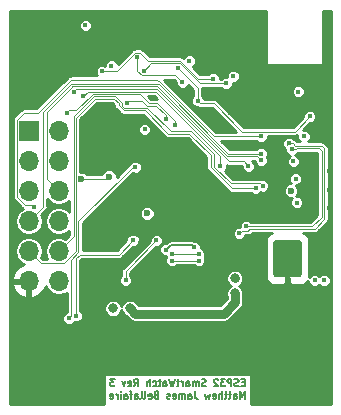
<source format=gbr>
G04 #@! TF.GenerationSoftware,KiCad,Pcbnew,(5.0.1)-3*
G04 #@! TF.CreationDate,2020-01-13T08:35:40-05:00*
G04 #@! TF.ProjectId,SmartWatch,536D61727457617463682E6B69636164,rev?*
G04 #@! TF.SameCoordinates,Original*
G04 #@! TF.FileFunction,Copper,L4,Bot,Signal*
G04 #@! TF.FilePolarity,Positive*
%FSLAX46Y46*%
G04 Gerber Fmt 4.6, Leading zero omitted, Abs format (unit mm)*
G04 Created by KiCad (PCBNEW (5.0.1)-3) date 1/13/2020 8:35:40 AM*
%MOMM*%
%LPD*%
G01*
G04 APERTURE LIST*
G04 #@! TA.AperFunction,NonConductor*
%ADD10C,0.150000*%
G04 #@! TD*
G04 #@! TA.AperFunction,ComponentPad*
%ADD11R,1.700000X1.700000*%
G04 #@! TD*
G04 #@! TA.AperFunction,ComponentPad*
%ADD12O,1.700000X1.700000*%
G04 #@! TD*
G04 #@! TA.AperFunction,ViaPad*
%ADD13C,0.500000*%
G04 #@! TD*
G04 #@! TA.AperFunction,Conductor*
%ADD14C,0.100000*%
G04 #@! TD*
G04 #@! TA.AperFunction,Conductor*
%ADD15C,2.410000*%
G04 #@! TD*
G04 #@! TA.AperFunction,ViaPad*
%ADD16C,0.450000*%
G04 #@! TD*
G04 #@! TA.AperFunction,ViaPad*
%ADD17C,0.600000*%
G04 #@! TD*
G04 #@! TA.AperFunction,ViaPad*
%ADD18C,0.800000*%
G04 #@! TD*
G04 #@! TA.AperFunction,Conductor*
%ADD19C,0.150000*%
G04 #@! TD*
G04 #@! TA.AperFunction,Conductor*
%ADD20C,0.750000*%
G04 #@! TD*
G04 #@! TA.AperFunction,Conductor*
%ADD21C,0.254000*%
G04 #@! TD*
G04 APERTURE END LIST*
D10*
X172271428Y-88832142D02*
X172071428Y-88832142D01*
X171985714Y-89146428D02*
X172271428Y-89146428D01*
X172271428Y-88546428D01*
X171985714Y-88546428D01*
X171757142Y-89117857D02*
X171671428Y-89146428D01*
X171528571Y-89146428D01*
X171471428Y-89117857D01*
X171442857Y-89089285D01*
X171414285Y-89032142D01*
X171414285Y-88975000D01*
X171442857Y-88917857D01*
X171471428Y-88889285D01*
X171528571Y-88860714D01*
X171642857Y-88832142D01*
X171700000Y-88803571D01*
X171728571Y-88775000D01*
X171757142Y-88717857D01*
X171757142Y-88660714D01*
X171728571Y-88603571D01*
X171700000Y-88575000D01*
X171642857Y-88546428D01*
X171500000Y-88546428D01*
X171414285Y-88575000D01*
X171157142Y-89146428D02*
X171157142Y-88546428D01*
X170928571Y-88546428D01*
X170871428Y-88575000D01*
X170842857Y-88603571D01*
X170814285Y-88660714D01*
X170814285Y-88746428D01*
X170842857Y-88803571D01*
X170871428Y-88832142D01*
X170928571Y-88860714D01*
X171157142Y-88860714D01*
X170614285Y-88546428D02*
X170242857Y-88546428D01*
X170442857Y-88775000D01*
X170357142Y-88775000D01*
X170300000Y-88803571D01*
X170271428Y-88832142D01*
X170242857Y-88889285D01*
X170242857Y-89032142D01*
X170271428Y-89089285D01*
X170300000Y-89117857D01*
X170357142Y-89146428D01*
X170528571Y-89146428D01*
X170585714Y-89117857D01*
X170614285Y-89089285D01*
X170014285Y-88603571D02*
X169985714Y-88575000D01*
X169928571Y-88546428D01*
X169785714Y-88546428D01*
X169728571Y-88575000D01*
X169700000Y-88603571D01*
X169671428Y-88660714D01*
X169671428Y-88717857D01*
X169700000Y-88803571D01*
X170042857Y-89146428D01*
X169671428Y-89146428D01*
X168985714Y-89117857D02*
X168900000Y-89146428D01*
X168757142Y-89146428D01*
X168700000Y-89117857D01*
X168671428Y-89089285D01*
X168642857Y-89032142D01*
X168642857Y-88975000D01*
X168671428Y-88917857D01*
X168700000Y-88889285D01*
X168757142Y-88860714D01*
X168871428Y-88832142D01*
X168928571Y-88803571D01*
X168957142Y-88775000D01*
X168985714Y-88717857D01*
X168985714Y-88660714D01*
X168957142Y-88603571D01*
X168928571Y-88575000D01*
X168871428Y-88546428D01*
X168728571Y-88546428D01*
X168642857Y-88575000D01*
X168385714Y-89146428D02*
X168385714Y-88746428D01*
X168385714Y-88803571D02*
X168357142Y-88775000D01*
X168300000Y-88746428D01*
X168214285Y-88746428D01*
X168157142Y-88775000D01*
X168128571Y-88832142D01*
X168128571Y-89146428D01*
X168128571Y-88832142D02*
X168100000Y-88775000D01*
X168042857Y-88746428D01*
X167957142Y-88746428D01*
X167900000Y-88775000D01*
X167871428Y-88832142D01*
X167871428Y-89146428D01*
X167328571Y-89146428D02*
X167328571Y-88832142D01*
X167357142Y-88775000D01*
X167414285Y-88746428D01*
X167528571Y-88746428D01*
X167585714Y-88775000D01*
X167328571Y-89117857D02*
X167385714Y-89146428D01*
X167528571Y-89146428D01*
X167585714Y-89117857D01*
X167614285Y-89060714D01*
X167614285Y-89003571D01*
X167585714Y-88946428D01*
X167528571Y-88917857D01*
X167385714Y-88917857D01*
X167328571Y-88889285D01*
X167042857Y-89146428D02*
X167042857Y-88746428D01*
X167042857Y-88860714D02*
X167014285Y-88803571D01*
X166985714Y-88775000D01*
X166928571Y-88746428D01*
X166871428Y-88746428D01*
X166757142Y-88746428D02*
X166528571Y-88746428D01*
X166671428Y-88546428D02*
X166671428Y-89060714D01*
X166642857Y-89117857D01*
X166585714Y-89146428D01*
X166528571Y-89146428D01*
X166385714Y-88546428D02*
X166242857Y-89146428D01*
X166128571Y-88717857D01*
X166014285Y-89146428D01*
X165871428Y-88546428D01*
X165385714Y-89146428D02*
X165385714Y-88832142D01*
X165414285Y-88775000D01*
X165471428Y-88746428D01*
X165585714Y-88746428D01*
X165642857Y-88775000D01*
X165385714Y-89117857D02*
X165442857Y-89146428D01*
X165585714Y-89146428D01*
X165642857Y-89117857D01*
X165671428Y-89060714D01*
X165671428Y-89003571D01*
X165642857Y-88946428D01*
X165585714Y-88917857D01*
X165442857Y-88917857D01*
X165385714Y-88889285D01*
X165185714Y-88746428D02*
X164957142Y-88746428D01*
X165100000Y-88546428D02*
X165100000Y-89060714D01*
X165071428Y-89117857D01*
X165014285Y-89146428D01*
X164957142Y-89146428D01*
X164500000Y-89117857D02*
X164557142Y-89146428D01*
X164671428Y-89146428D01*
X164728571Y-89117857D01*
X164757142Y-89089285D01*
X164785714Y-89032142D01*
X164785714Y-88860714D01*
X164757142Y-88803571D01*
X164728571Y-88775000D01*
X164671428Y-88746428D01*
X164557142Y-88746428D01*
X164500000Y-88775000D01*
X164242857Y-89146428D02*
X164242857Y-88546428D01*
X163985714Y-89146428D02*
X163985714Y-88832142D01*
X164014285Y-88775000D01*
X164071428Y-88746428D01*
X164157142Y-88746428D01*
X164214285Y-88775000D01*
X164242857Y-88803571D01*
X162900000Y-89146428D02*
X163100000Y-88860714D01*
X163242857Y-89146428D02*
X163242857Y-88546428D01*
X163014285Y-88546428D01*
X162957142Y-88575000D01*
X162928571Y-88603571D01*
X162900000Y-88660714D01*
X162900000Y-88746428D01*
X162928571Y-88803571D01*
X162957142Y-88832142D01*
X163014285Y-88860714D01*
X163242857Y-88860714D01*
X162414285Y-89117857D02*
X162471428Y-89146428D01*
X162585714Y-89146428D01*
X162642857Y-89117857D01*
X162671428Y-89060714D01*
X162671428Y-88832142D01*
X162642857Y-88775000D01*
X162585714Y-88746428D01*
X162471428Y-88746428D01*
X162414285Y-88775000D01*
X162385714Y-88832142D01*
X162385714Y-88889285D01*
X162671428Y-88946428D01*
X162185714Y-88746428D02*
X162042857Y-89146428D01*
X161900000Y-88746428D01*
X161271428Y-88546428D02*
X160900000Y-88546428D01*
X161100000Y-88775000D01*
X161014285Y-88775000D01*
X160957142Y-88803571D01*
X160928571Y-88832142D01*
X160900000Y-88889285D01*
X160900000Y-89032142D01*
X160928571Y-89089285D01*
X160957142Y-89117857D01*
X161014285Y-89146428D01*
X161185714Y-89146428D01*
X161242857Y-89117857D01*
X161271428Y-89089285D01*
X172285714Y-90196428D02*
X172285714Y-89596428D01*
X172085714Y-90025000D01*
X171885714Y-89596428D01*
X171885714Y-90196428D01*
X171342857Y-90196428D02*
X171342857Y-89882142D01*
X171371428Y-89825000D01*
X171428571Y-89796428D01*
X171542857Y-89796428D01*
X171600000Y-89825000D01*
X171342857Y-90167857D02*
X171400000Y-90196428D01*
X171542857Y-90196428D01*
X171600000Y-90167857D01*
X171628571Y-90110714D01*
X171628571Y-90053571D01*
X171600000Y-89996428D01*
X171542857Y-89967857D01*
X171400000Y-89967857D01*
X171342857Y-89939285D01*
X171142857Y-89796428D02*
X170914285Y-89796428D01*
X171057142Y-89596428D02*
X171057142Y-90110714D01*
X171028571Y-90167857D01*
X170971428Y-90196428D01*
X170914285Y-90196428D01*
X170800000Y-89796428D02*
X170571428Y-89796428D01*
X170714285Y-89596428D02*
X170714285Y-90110714D01*
X170685714Y-90167857D01*
X170628571Y-90196428D01*
X170571428Y-90196428D01*
X170371428Y-90196428D02*
X170371428Y-89596428D01*
X170114285Y-90196428D02*
X170114285Y-89882142D01*
X170142857Y-89825000D01*
X170200000Y-89796428D01*
X170285714Y-89796428D01*
X170342857Y-89825000D01*
X170371428Y-89853571D01*
X169600000Y-90167857D02*
X169657142Y-90196428D01*
X169771428Y-90196428D01*
X169828571Y-90167857D01*
X169857142Y-90110714D01*
X169857142Y-89882142D01*
X169828571Y-89825000D01*
X169771428Y-89796428D01*
X169657142Y-89796428D01*
X169600000Y-89825000D01*
X169571428Y-89882142D01*
X169571428Y-89939285D01*
X169857142Y-89996428D01*
X169371428Y-89796428D02*
X169257142Y-90196428D01*
X169142857Y-89910714D01*
X169028571Y-90196428D01*
X168914285Y-89796428D01*
X168057142Y-89596428D02*
X168057142Y-90025000D01*
X168085714Y-90110714D01*
X168142857Y-90167857D01*
X168228571Y-90196428D01*
X168285714Y-90196428D01*
X167514285Y-90196428D02*
X167514285Y-89882142D01*
X167542857Y-89825000D01*
X167600000Y-89796428D01*
X167714285Y-89796428D01*
X167771428Y-89825000D01*
X167514285Y-90167857D02*
X167571428Y-90196428D01*
X167714285Y-90196428D01*
X167771428Y-90167857D01*
X167800000Y-90110714D01*
X167800000Y-90053571D01*
X167771428Y-89996428D01*
X167714285Y-89967857D01*
X167571428Y-89967857D01*
X167514285Y-89939285D01*
X167228571Y-90196428D02*
X167228571Y-89796428D01*
X167228571Y-89853571D02*
X167200000Y-89825000D01*
X167142857Y-89796428D01*
X167057142Y-89796428D01*
X167000000Y-89825000D01*
X166971428Y-89882142D01*
X166971428Y-90196428D01*
X166971428Y-89882142D02*
X166942857Y-89825000D01*
X166885714Y-89796428D01*
X166800000Y-89796428D01*
X166742857Y-89825000D01*
X166714285Y-89882142D01*
X166714285Y-90196428D01*
X166200000Y-90167857D02*
X166257142Y-90196428D01*
X166371428Y-90196428D01*
X166428571Y-90167857D01*
X166457142Y-90110714D01*
X166457142Y-89882142D01*
X166428571Y-89825000D01*
X166371428Y-89796428D01*
X166257142Y-89796428D01*
X166200000Y-89825000D01*
X166171428Y-89882142D01*
X166171428Y-89939285D01*
X166457142Y-89996428D01*
X165942857Y-90167857D02*
X165885714Y-90196428D01*
X165771428Y-90196428D01*
X165714285Y-90167857D01*
X165685714Y-90110714D01*
X165685714Y-90082142D01*
X165714285Y-90025000D01*
X165771428Y-89996428D01*
X165857142Y-89996428D01*
X165914285Y-89967857D01*
X165942857Y-89910714D01*
X165942857Y-89882142D01*
X165914285Y-89825000D01*
X165857142Y-89796428D01*
X165771428Y-89796428D01*
X165714285Y-89825000D01*
X164771428Y-89882142D02*
X164685714Y-89910714D01*
X164657142Y-89939285D01*
X164628571Y-89996428D01*
X164628571Y-90082142D01*
X164657142Y-90139285D01*
X164685714Y-90167857D01*
X164742857Y-90196428D01*
X164971428Y-90196428D01*
X164971428Y-89596428D01*
X164771428Y-89596428D01*
X164714285Y-89625000D01*
X164685714Y-89653571D01*
X164657142Y-89710714D01*
X164657142Y-89767857D01*
X164685714Y-89825000D01*
X164714285Y-89853571D01*
X164771428Y-89882142D01*
X164971428Y-89882142D01*
X164142857Y-90167857D02*
X164200000Y-90196428D01*
X164314285Y-90196428D01*
X164371428Y-90167857D01*
X164400000Y-90110714D01*
X164400000Y-89882142D01*
X164371428Y-89825000D01*
X164314285Y-89796428D01*
X164200000Y-89796428D01*
X164142857Y-89825000D01*
X164114285Y-89882142D01*
X164114285Y-89939285D01*
X164400000Y-89996428D01*
X163771428Y-90196428D02*
X163828571Y-90167857D01*
X163857142Y-90110714D01*
X163857142Y-89596428D01*
X163457142Y-90196428D02*
X163514285Y-90167857D01*
X163542857Y-90110714D01*
X163542857Y-89596428D01*
X162971428Y-90196428D02*
X162971428Y-89882142D01*
X163000000Y-89825000D01*
X163057142Y-89796428D01*
X163171428Y-89796428D01*
X163228571Y-89825000D01*
X162971428Y-90167857D02*
X163028571Y-90196428D01*
X163171428Y-90196428D01*
X163228571Y-90167857D01*
X163257142Y-90110714D01*
X163257142Y-90053571D01*
X163228571Y-89996428D01*
X163171428Y-89967857D01*
X163028571Y-89967857D01*
X162971428Y-89939285D01*
X162771428Y-89796428D02*
X162542857Y-89796428D01*
X162685714Y-90196428D02*
X162685714Y-89682142D01*
X162657142Y-89625000D01*
X162600000Y-89596428D01*
X162542857Y-89596428D01*
X162085714Y-90196428D02*
X162085714Y-89882142D01*
X162114285Y-89825000D01*
X162171428Y-89796428D01*
X162285714Y-89796428D01*
X162342857Y-89825000D01*
X162085714Y-90167857D02*
X162142857Y-90196428D01*
X162285714Y-90196428D01*
X162342857Y-90167857D01*
X162371428Y-90110714D01*
X162371428Y-90053571D01*
X162342857Y-89996428D01*
X162285714Y-89967857D01*
X162142857Y-89967857D01*
X162085714Y-89939285D01*
X161800000Y-90196428D02*
X161800000Y-89796428D01*
X161800000Y-89596428D02*
X161828571Y-89625000D01*
X161800000Y-89653571D01*
X161771428Y-89625000D01*
X161800000Y-89596428D01*
X161800000Y-89653571D01*
X161514285Y-90196428D02*
X161514285Y-89796428D01*
X161514285Y-89910714D02*
X161485714Y-89853571D01*
X161457142Y-89825000D01*
X161400000Y-89796428D01*
X161342857Y-89796428D01*
X160914285Y-90167857D02*
X160971428Y-90196428D01*
X161085714Y-90196428D01*
X161142857Y-90167857D01*
X161171428Y-90110714D01*
X161171428Y-89882142D01*
X161142857Y-89825000D01*
X161085714Y-89796428D01*
X160971428Y-89796428D01*
X160914285Y-89825000D01*
X160885714Y-89882142D01*
X160885714Y-89939285D01*
X161171428Y-89996428D01*
D11*
G04 #@! TO.P,U2,1*
G04 #@! TO.N,Net-(R4-Pad1)*
X154000000Y-67564000D03*
D12*
G04 #@! TO.P,U2,2*
G04 #@! TO.N,N/C*
X156540000Y-67564000D03*
G04 #@! TO.P,U2,3*
G04 #@! TO.N,/LCD_CS*
X154000000Y-70104000D03*
G04 #@! TO.P,U2,4*
G04 #@! TO.N,/TOUCH_CS*
X156540000Y-70104000D03*
G04 #@! TO.P,U2,5*
G04 #@! TO.N,/LCD_LED*
X154000000Y-72644000D03*
G04 #@! TO.P,U2,6*
G04 #@! TO.N,/MISO*
X156540000Y-72644000D03*
G04 #@! TO.P,U2,7*
G04 #@! TO.N,/LCD_RST*
X154000000Y-75184000D03*
G04 #@! TO.P,U2,8*
G04 #@! TO.N,/LCD_A0*
X156540000Y-75184000D03*
G04 #@! TO.P,U2,9*
G04 #@! TO.N,/LCD_SCK*
X154000000Y-77724000D03*
G04 #@! TO.P,U2,10*
G04 #@! TO.N,/MOSI*
X156540000Y-77724000D03*
G04 #@! TO.P,U2,11*
G04 #@! TO.N,GND*
X154000000Y-80264000D03*
G04 #@! TO.P,U2,12*
G04 #@! TO.N,+3V3*
X156540000Y-80264000D03*
G04 #@! TD*
D13*
G04 #@! TO.N,GND*
G04 #@! TO.C,U1*
X176850000Y-79659000D03*
X174940000Y-79659000D03*
X176850000Y-78359000D03*
X174940000Y-78359000D03*
X176850000Y-77059000D03*
X174940000Y-77059000D03*
D14*
G36*
X176874506Y-76810204D02*
X176898774Y-76813804D01*
X176922573Y-76819765D01*
X176945672Y-76828030D01*
X176967850Y-76838519D01*
X176988893Y-76851132D01*
X177008599Y-76865747D01*
X177026777Y-76882223D01*
X177043253Y-76900401D01*
X177057868Y-76920107D01*
X177070481Y-76941150D01*
X177080970Y-76963328D01*
X177089235Y-76986427D01*
X177095196Y-77010226D01*
X177098796Y-77034494D01*
X177100000Y-77058998D01*
X177100000Y-79659002D01*
X177098796Y-79683506D01*
X177095196Y-79707774D01*
X177089235Y-79731573D01*
X177080970Y-79754672D01*
X177070481Y-79776850D01*
X177057868Y-79797893D01*
X177043253Y-79817599D01*
X177026777Y-79835777D01*
X177008599Y-79852253D01*
X176988893Y-79866868D01*
X176967850Y-79879481D01*
X176945672Y-79889970D01*
X176922573Y-79898235D01*
X176898774Y-79904196D01*
X176874506Y-79907796D01*
X176850002Y-79909000D01*
X174939998Y-79909000D01*
X174915494Y-79907796D01*
X174891226Y-79904196D01*
X174867427Y-79898235D01*
X174844328Y-79889970D01*
X174822150Y-79879481D01*
X174801107Y-79866868D01*
X174781401Y-79852253D01*
X174763223Y-79835777D01*
X174746747Y-79817599D01*
X174732132Y-79797893D01*
X174719519Y-79776850D01*
X174709030Y-79754672D01*
X174700765Y-79731573D01*
X174694804Y-79707774D01*
X174691204Y-79683506D01*
X174690000Y-79659002D01*
X174690000Y-77058998D01*
X174691204Y-77034494D01*
X174694804Y-77010226D01*
X174700765Y-76986427D01*
X174709030Y-76963328D01*
X174719519Y-76941150D01*
X174732132Y-76920107D01*
X174746747Y-76900401D01*
X174763223Y-76882223D01*
X174781401Y-76865747D01*
X174801107Y-76851132D01*
X174822150Y-76838519D01*
X174844328Y-76828030D01*
X174867427Y-76819765D01*
X174891226Y-76813804D01*
X174915494Y-76810204D01*
X174939998Y-76809000D01*
X176850002Y-76809000D01*
X176874506Y-76810204D01*
X176874506Y-76810204D01*
G37*
D15*
X175895000Y-78359000D03*
G04 #@! TD*
D16*
G04 #@! TO.N,/ESP32 Pico D4/IO0*
X157400000Y-83400000D03*
X163000000Y-70600000D03*
G04 #@! TO.N,GND*
X172600000Y-69000000D03*
X168900000Y-69900000D03*
X170900000Y-68800000D03*
X170900000Y-67400000D03*
X171000000Y-66000000D03*
X172700000Y-66000000D03*
X169200000Y-66000000D03*
X178800000Y-76400000D03*
X178000000Y-76400000D03*
X179250000Y-58000000D03*
X179250000Y-58750000D03*
X179250000Y-59500000D03*
X179250000Y-60250000D03*
X179250000Y-61000000D03*
X179250000Y-61750000D03*
X178750000Y-62250000D03*
X178000000Y-62250000D03*
X177250000Y-62250000D03*
X176500000Y-62250000D03*
X175750000Y-62250000D03*
X175000000Y-62250000D03*
X174250000Y-62250000D03*
X173750000Y-61750000D03*
X173750000Y-61000000D03*
X173750000Y-60250000D03*
X173750000Y-59750000D03*
X173750000Y-58250000D03*
X173000000Y-58250000D03*
X172250000Y-58250000D03*
X171500000Y-58250000D03*
X170750000Y-58250000D03*
X170000000Y-58250000D03*
X169250000Y-58250000D03*
X168750000Y-58750000D03*
X168750000Y-59500000D03*
X168750000Y-60250000D03*
X168750000Y-61000000D03*
X169250000Y-61750000D03*
X170000000Y-61750000D03*
X170750000Y-61750000D03*
X171500000Y-61750000D03*
X172250000Y-62000000D03*
X172500000Y-62500000D03*
X173750000Y-62500000D03*
X173750000Y-63250000D03*
X172500000Y-63250000D03*
X163576000Y-82296000D03*
X170180000Y-82296000D03*
D17*
X168402000Y-85598000D03*
X169164000Y-85598000D03*
X169926000Y-85598000D03*
X175000000Y-89662000D03*
X176000000Y-89662000D03*
X177000000Y-89662000D03*
D16*
X156400000Y-83200000D03*
X159000000Y-88800000D03*
X161036000Y-59817000D03*
X154559000Y-63268000D03*
X154559000Y-59668000D03*
X154573000Y-88414000D03*
X154573000Y-84814000D03*
X156400000Y-59600000D03*
X158000000Y-59600000D03*
X166600000Y-60800000D03*
X164800000Y-64800000D03*
X178400000Y-64000000D03*
X159600000Y-74800000D03*
X163400000Y-77000000D03*
X167200000Y-74400000D03*
X179100000Y-67900000D03*
X179375000Y-70900000D03*
X179375000Y-72500000D03*
X179400000Y-74100000D03*
G04 #@! TO.N,Z_SIG*
X163765166Y-62434834D03*
X170700000Y-63500000D03*
G04 #@! TO.N,+3V3*
X179000000Y-80200000D03*
X178200000Y-80200000D03*
X158800000Y-58600000D03*
X161000000Y-62000000D03*
X163800000Y-67400000D03*
X167600000Y-61600000D03*
X171300000Y-62900000D03*
X176800000Y-64200000D03*
D17*
X164020500Y-74520500D03*
D16*
X176700000Y-73600000D03*
X176600000Y-71600000D03*
X176400000Y-70100000D03*
X177300000Y-68000000D03*
G04 #@! TO.N,Y_SIG*
X163200000Y-61300000D03*
X167000000Y-63400000D03*
G04 #@! TO.N,/ESP32 Pico D4/ESP32_RX*
X176276000Y-69088000D03*
X172400000Y-75600000D03*
G04 #@! TO.N,/MISO*
X173667002Y-70000000D03*
G04 #@! TO.N,/LCD_RST*
X173667002Y-69449997D03*
G04 #@! TO.N,/ESP32 Pico D4/ESP32_TX*
X176022000Y-68580000D03*
X171800000Y-76200000D03*
G04 #@! TO.N,/LCD_A0*
X154400000Y-74000000D03*
X173667002Y-68000000D03*
G04 #@! TO.N,/LCD_CS*
X157800000Y-64200000D03*
X172600000Y-70525002D03*
G04 #@! TO.N,/LCD_SCK*
X173200000Y-72400000D03*
G04 #@! TO.N,/MOSI*
X173800000Y-72200000D03*
G04 #@! TO.N,/LCD_PEN*
X158600000Y-64600000D03*
X170200000Y-70525002D03*
G04 #@! TO.N,/LCD_LED_CTRL*
X162276998Y-65200000D03*
X165641274Y-66558726D03*
G04 #@! TO.N,/Charge_Enable*
X165600000Y-77600000D03*
X168000000Y-77400000D03*
G04 #@! TO.N,/TOUCH_CS*
X157200000Y-66000000D03*
X166400000Y-67000000D03*
D17*
G04 #@! TO.N,/ESP32 Pico D4/IO32*
X176200000Y-72600000D03*
D16*
X177800000Y-66300000D03*
X168300000Y-65000000D03*
X166600000Y-62200000D03*
G04 #@! TO.N,/ESP32 Pico D4/EN*
X169600000Y-63125000D03*
X160200000Y-62500000D03*
G04 #@! TO.N,/ESP32 Pico D4/RXD*
X166116000Y-78528003D03*
X168402000Y-78528003D03*
G04 #@! TO.N,/ESP32 Pico D4/TXD*
X166116000Y-77978000D03*
X168402000Y-77978000D03*
G04 #@! TO.N,Net-(R12-Pad1)*
X158000000Y-83200000D03*
X162822593Y-76777407D03*
D18*
G04 #@! TO.N,VUSB*
X162560000Y-82550000D03*
X161130000Y-82550000D03*
X162560000Y-82550000D03*
X171450000Y-80010000D03*
X171450000Y-81280000D03*
D17*
G04 #@! TO.N,/ESP32 Pico D4/DTR*
X158450000Y-71600000D03*
X160800000Y-71400000D03*
D16*
G04 #@! TO.N,Net-(C4-Pad1)*
X164800000Y-76800000D03*
X162200000Y-80200000D03*
G04 #@! TD*
D14*
G04 #@! TO.N,/ESP32 Pico D4/IO0*
X157600000Y-78426858D02*
X158200000Y-77826858D01*
X157400000Y-83400000D02*
X157600000Y-83200000D01*
X157600000Y-83200000D02*
X157600000Y-78426858D01*
X158200000Y-77826858D02*
X158200000Y-75200000D01*
X158200000Y-75200000D02*
X162800000Y-70600000D01*
X162800000Y-70600000D02*
X163000000Y-70600000D01*
G04 #@! TO.N,Z_SIG*
X168455002Y-63500000D02*
X170700000Y-63500000D01*
X166780001Y-61824999D02*
X168455002Y-63500000D01*
X163765166Y-62434834D02*
X164375001Y-61824999D01*
X164375001Y-61824999D02*
X166780001Y-61824999D01*
G04 #@! TO.N,Y_SIG*
X166409835Y-62809835D02*
X167000000Y-63400000D01*
X163585165Y-62809835D02*
X166409835Y-62809835D01*
X163200000Y-61300000D02*
X163200000Y-62424670D01*
X163200000Y-62424670D02*
X163585165Y-62809835D01*
G04 #@! TO.N,/ESP32 Pico D4/ESP32_RX*
X176594198Y-69088000D02*
X176682198Y-69000000D01*
X176276000Y-69088000D02*
X176594198Y-69088000D01*
X176682198Y-69000000D02*
X178600000Y-69000000D01*
X178600000Y-69000000D02*
X178800000Y-69200000D01*
X178800000Y-69200000D02*
X178800000Y-74800000D01*
X178800000Y-74800000D02*
X178000000Y-75600000D01*
X172400000Y-75600000D02*
X178000000Y-75600000D01*
G04 #@! TO.N,/MISO*
X156540000Y-72644000D02*
X155539999Y-71643999D01*
X155539999Y-71643999D02*
X155539999Y-65904999D01*
X173667002Y-70000000D02*
X173346288Y-69679286D01*
X173346288Y-69679286D02*
X170800000Y-69679286D01*
X157670007Y-63774991D02*
X157644998Y-63800000D01*
X170800000Y-69679286D02*
X164920714Y-63800000D01*
X155539999Y-65904999D02*
X157644998Y-63800000D01*
X164895705Y-63774991D02*
X157670007Y-63774991D01*
X164920714Y-63800000D02*
X164895705Y-63774991D01*
G04 #@! TO.N,/LCD_RST*
X154000000Y-75184000D02*
X155200000Y-73984000D01*
X155200000Y-65962142D02*
X157600000Y-63562142D01*
X155200000Y-73984000D02*
X155200000Y-65962142D01*
X164965712Y-63562142D02*
X165003562Y-63599992D01*
X157600000Y-63562142D02*
X164965712Y-63562142D01*
X165003562Y-63599992D02*
X170853567Y-69449997D01*
X170853567Y-69449997D02*
X173667002Y-69449997D01*
X155200000Y-73984000D02*
X155216000Y-73984000D01*
G04 #@! TO.N,/ESP32 Pico D4/ESP32_TX*
X175900999Y-68701001D02*
X176022000Y-68580000D01*
X172024999Y-75975001D02*
X171800000Y-76200000D01*
X172600000Y-75975001D02*
X172024999Y-75975001D01*
X172755002Y-75800000D02*
X172600000Y-75955002D01*
X178200000Y-75800000D02*
X172755002Y-75800000D01*
X176022000Y-68580000D02*
X176340198Y-68580000D01*
X176340198Y-68580000D02*
X176560198Y-68800000D01*
X176560198Y-68800000D02*
X178800000Y-68800000D01*
X178800000Y-68800000D02*
X179000000Y-69000000D01*
X179000000Y-69000000D02*
X179000000Y-75000000D01*
X172600000Y-75955002D02*
X172600000Y-75975001D01*
X179000000Y-75000000D02*
X178200000Y-75800000D01*
G04 #@! TO.N,/LCD_A0*
X152999999Y-66593999D02*
X153593998Y-66000000D01*
X152999999Y-73124001D02*
X152999999Y-66593999D01*
X153650999Y-73775001D02*
X152999999Y-73124001D01*
X154400000Y-74000000D02*
X154175001Y-73775001D01*
X154175001Y-73775001D02*
X153650999Y-73775001D01*
X153593998Y-66000000D02*
X154800000Y-66000000D01*
X154800000Y-66000000D02*
X157400000Y-63400000D01*
X157400000Y-63400000D02*
X157600000Y-63200000D01*
X164886426Y-63200000D02*
X165086410Y-63399984D01*
X157600000Y-63200000D02*
X164886426Y-63200000D01*
X165086410Y-63399984D02*
X169686426Y-68000000D01*
X169686426Y-68000000D02*
X173667002Y-68000000D01*
G04 #@! TO.N,/LCD_CS*
X172200000Y-70125002D02*
X172600000Y-70525002D01*
X170962860Y-70125002D02*
X172200000Y-70125002D01*
X164812859Y-63975001D02*
X170962860Y-70125002D01*
X158024999Y-63975001D02*
X164812859Y-63975001D01*
X157800000Y-64200000D02*
X158024999Y-63975001D01*
G04 #@! TO.N,/LCD_SCK*
X157020001Y-78724001D02*
X158000000Y-77744002D01*
X154000000Y-77724000D02*
X155000001Y-78724001D01*
X155000001Y-78724001D02*
X157020001Y-78724001D01*
X158000000Y-77744002D02*
X158000000Y-66400000D01*
X158000000Y-66400000D02*
X159600000Y-64800000D01*
X159600000Y-64800000D02*
X161200000Y-64800000D01*
X161200000Y-64800000D02*
X161600000Y-65200000D01*
X161600000Y-65380859D02*
X162019141Y-65800000D01*
X161600000Y-65200000D02*
X161600000Y-65380859D01*
X162019141Y-65800000D02*
X163800000Y-65800000D01*
X163800000Y-65800000D02*
X165800000Y-67800000D01*
X165800000Y-67800000D02*
X167600000Y-67800000D01*
X167600000Y-67800000D02*
X169400000Y-69600000D01*
X169400000Y-69600000D02*
X169400000Y-70600000D01*
X169400000Y-70600000D02*
X171200000Y-72400000D01*
X171200000Y-72400000D02*
X173200000Y-72400000D01*
G04 #@! TO.N,/MOSI*
X173575001Y-71975001D02*
X173800000Y-72200000D01*
X171094997Y-71975001D02*
X173575001Y-71975001D01*
X169719996Y-70600000D02*
X171094997Y-71975001D01*
X169719996Y-69519996D02*
X169719996Y-70600000D01*
X167755002Y-67555002D02*
X169719996Y-69519996D01*
X166000000Y-67555002D02*
X167755002Y-67555002D01*
X164044998Y-65600000D02*
X166000000Y-67555002D01*
X156540000Y-77724000D02*
X157800000Y-76464000D01*
X161901997Y-65400000D02*
X162101997Y-65600000D01*
X157800000Y-76464000D02*
X157800000Y-66282856D01*
X157800000Y-66282856D02*
X159482856Y-64600000D01*
X159482856Y-64600000D02*
X161301997Y-64600000D01*
X162101997Y-65600000D02*
X164044998Y-65600000D01*
X161301997Y-64600000D02*
X161901997Y-65200000D01*
X161901997Y-65200000D02*
X161901997Y-65400000D01*
G04 #@! TO.N,/LCD_PEN*
X170200000Y-69644998D02*
X170200000Y-70525002D01*
X164755002Y-64200000D02*
X170200000Y-69644998D01*
X158600000Y-64600000D02*
X159000000Y-64200000D01*
X159000000Y-64200000D02*
X164755002Y-64200000D01*
G04 #@! TO.N,/LCD_LED_CTRL*
X162501997Y-64975001D02*
X163575001Y-64975001D01*
X162276998Y-65200000D02*
X162501997Y-64975001D01*
X163575001Y-64975001D02*
X164000000Y-65400000D01*
X164000000Y-65400000D02*
X164800000Y-65400000D01*
X164800000Y-65400000D02*
X165600000Y-66200000D01*
X165600746Y-66200000D02*
X165600000Y-66200000D01*
X165641274Y-66240528D02*
X165600746Y-66200000D01*
X165641274Y-66558726D02*
X165641274Y-66240528D01*
D19*
G04 #@! TO.N,/Charge_Enable*
X167800000Y-77200000D02*
X168000000Y-77400000D01*
X165600000Y-77600000D02*
X166000000Y-77200000D01*
X166000000Y-77200000D02*
X167800000Y-77200000D01*
D14*
G04 #@! TO.N,/TOUCH_CS*
X157200000Y-66000000D02*
X157424999Y-65775001D01*
X157424999Y-65775001D02*
X158024999Y-65775001D01*
X158024999Y-65775001D02*
X159400000Y-64400000D01*
X164575001Y-65175001D02*
X164619999Y-65175001D01*
X166400000Y-66681802D02*
X166400000Y-67000000D01*
X164893199Y-65175001D02*
X166400000Y-66681802D01*
X164619999Y-65175001D02*
X164893199Y-65175001D01*
X164175001Y-65175001D02*
X164619999Y-65175001D01*
X163400000Y-64400000D02*
X164175001Y-65175001D01*
X159400000Y-64400000D02*
X163400000Y-64400000D01*
G04 #@! TO.N,/ESP32 Pico D4/IO32*
X177800000Y-66300000D02*
X176500000Y-67600000D01*
X172044998Y-67600000D02*
X169644998Y-65200000D01*
X176500000Y-67600000D02*
X172044998Y-67600000D01*
X169644998Y-65200000D02*
X168500000Y-65200000D01*
X168500000Y-65200000D02*
X168300000Y-65000000D01*
X168300000Y-65000000D02*
X168300000Y-63900000D01*
X168300000Y-63900000D02*
X166600000Y-62200000D01*
G04 #@! TO.N,/ESP32 Pico D4/EN*
X168362858Y-63125000D02*
X166837858Y-61600000D01*
X169600000Y-63125000D02*
X168362858Y-63125000D01*
X166837858Y-61600000D02*
X164100000Y-61600000D01*
X161444998Y-62500000D02*
X160200000Y-62500000D01*
X163019999Y-60924999D02*
X161444998Y-62500000D01*
X164100000Y-61600000D02*
X163424999Y-60924999D01*
X163424999Y-60924999D02*
X163019999Y-60924999D01*
G04 #@! TO.N,/ESP32 Pico D4/RXD*
X166116000Y-78528003D02*
X168402000Y-78528003D01*
G04 #@! TO.N,/ESP32 Pico D4/TXD*
X166116000Y-77978000D02*
X168402000Y-77978000D01*
G04 #@! TO.N,Net-(R12-Pad1)*
X158000000Y-83200000D02*
X158000000Y-78400000D01*
X158000000Y-78309714D02*
X158309714Y-78000000D01*
X158000000Y-78400000D02*
X158000000Y-78309714D01*
X158309714Y-78000000D02*
X161600000Y-78000000D01*
X161600000Y-78000000D02*
X162822593Y-76777407D01*
D20*
G04 #@! TO.N,VUSB*
X170516001Y-82996001D02*
X171450000Y-82062002D01*
X162560000Y-82550000D02*
X163006001Y-82996001D01*
X163006001Y-82996001D02*
X170516001Y-82996001D01*
X171450000Y-82062002D02*
X171450000Y-81280000D01*
X171450000Y-80010000D02*
X171450000Y-80010000D01*
D14*
G04 #@! TO.N,/ESP32 Pico D4/DTR*
X158450000Y-71600000D02*
X160600000Y-71600000D01*
X160600000Y-71600000D02*
X160800000Y-71400000D01*
G04 #@! TO.N,Net-(C4-Pad1)*
X164800000Y-76800000D02*
X162200000Y-79400000D01*
X162200000Y-79400000D02*
X162200000Y-80200000D01*
G04 #@! TD*
D21*
G04 #@! TO.N,GND*
G36*
X174073000Y-61800000D02*
X174082667Y-61848601D01*
X174110197Y-61889803D01*
X174151399Y-61917333D01*
X174200000Y-61927000D01*
X178800000Y-61927000D01*
X178848601Y-61917333D01*
X178889803Y-61889803D01*
X178917333Y-61848601D01*
X178927000Y-61800000D01*
X178927000Y-57377000D01*
X179623000Y-57377000D01*
X179623001Y-90623000D01*
X172830572Y-90623000D01*
X172830572Y-88078500D01*
X160369429Y-88078500D01*
X160369429Y-90623000D01*
X152377000Y-90623000D01*
X152377000Y-80620890D01*
X152558524Y-80620890D01*
X152728355Y-81030924D01*
X153118642Y-81459183D01*
X153643108Y-81705486D01*
X153873000Y-81584819D01*
X153873000Y-80391000D01*
X152679845Y-80391000D01*
X152558524Y-80620890D01*
X152377000Y-80620890D01*
X152377000Y-79907110D01*
X152558524Y-79907110D01*
X152679845Y-80137000D01*
X153873000Y-80137000D01*
X153873000Y-80117000D01*
X154127000Y-80117000D01*
X154127000Y-80137000D01*
X154147000Y-80137000D01*
X154147000Y-80391000D01*
X154127000Y-80391000D01*
X154127000Y-81584819D01*
X154356892Y-81705486D01*
X154881358Y-81459183D01*
X155271645Y-81030924D01*
X155420842Y-80670709D01*
X155431291Y-80723242D01*
X155691431Y-81112569D01*
X156080758Y-81372709D01*
X156424080Y-81441000D01*
X156655920Y-81441000D01*
X156999242Y-81372709D01*
X157223000Y-81223198D01*
X157223000Y-82875835D01*
X157087317Y-82932037D01*
X156932037Y-83087317D01*
X156848000Y-83290200D01*
X156848000Y-83509800D01*
X156932037Y-83712683D01*
X157087317Y-83867963D01*
X157290200Y-83952000D01*
X157509800Y-83952000D01*
X157712683Y-83867963D01*
X157846675Y-83733971D01*
X157890200Y-83752000D01*
X158109800Y-83752000D01*
X158312683Y-83667963D01*
X158467963Y-83512683D01*
X158552000Y-83309800D01*
X158552000Y-83090200D01*
X158467963Y-82887317D01*
X158377000Y-82796354D01*
X158377000Y-82405391D01*
X160403000Y-82405391D01*
X160403000Y-82694609D01*
X160513679Y-82961813D01*
X160718187Y-83166321D01*
X160985391Y-83277000D01*
X161274609Y-83277000D01*
X161541813Y-83166321D01*
X161746321Y-82961813D01*
X161845000Y-82723580D01*
X161943679Y-82961813D01*
X162148187Y-83166321D01*
X162208545Y-83191322D01*
X162460724Y-83443501D01*
X162499888Y-83502114D01*
X162732095Y-83657270D01*
X162936865Y-83698001D01*
X162936866Y-83698001D01*
X163006001Y-83711753D01*
X163075136Y-83698001D01*
X170446869Y-83698001D01*
X170516001Y-83711752D01*
X170585133Y-83698001D01*
X170585137Y-83698001D01*
X170789907Y-83657270D01*
X171022114Y-83502114D01*
X171061278Y-83443501D01*
X171897505Y-82607275D01*
X171956112Y-82568115D01*
X171995273Y-82509507D01*
X171995275Y-82509505D01*
X172111268Y-82335910D01*
X172111268Y-82335909D01*
X172111269Y-82335908D01*
X172152000Y-82131138D01*
X172152000Y-82131135D01*
X172165751Y-82062003D01*
X172152000Y-81992871D01*
X172152000Y-81484965D01*
X172177000Y-81424609D01*
X172177000Y-81135391D01*
X172066321Y-80868187D01*
X171861813Y-80663679D01*
X171816718Y-80645000D01*
X171861813Y-80626321D01*
X172066321Y-80421813D01*
X172177000Y-80154609D01*
X172177000Y-79865391D01*
X172066321Y-79598187D01*
X171861813Y-79393679D01*
X171594609Y-79283000D01*
X171305391Y-79283000D01*
X171038187Y-79393679D01*
X170833679Y-79598187D01*
X170723000Y-79865391D01*
X170723000Y-80154609D01*
X170833679Y-80421813D01*
X171038187Y-80626321D01*
X171083282Y-80645000D01*
X171038187Y-80663679D01*
X170833679Y-80868187D01*
X170723000Y-81135391D01*
X170723000Y-81424609D01*
X170748000Y-81484965D01*
X170748000Y-81771224D01*
X170225224Y-82294001D01*
X163296778Y-82294001D01*
X163201322Y-82198545D01*
X163176321Y-82138187D01*
X162971813Y-81933679D01*
X162704609Y-81823000D01*
X162415391Y-81823000D01*
X162148187Y-81933679D01*
X161943679Y-82138187D01*
X161845000Y-82376420D01*
X161746321Y-82138187D01*
X161541813Y-81933679D01*
X161274609Y-81823000D01*
X160985391Y-81823000D01*
X160718187Y-81933679D01*
X160513679Y-82138187D01*
X160403000Y-82405391D01*
X158377000Y-82405391D01*
X158377000Y-80090200D01*
X161648000Y-80090200D01*
X161648000Y-80309800D01*
X161732037Y-80512683D01*
X161887317Y-80667963D01*
X162090200Y-80752000D01*
X162309800Y-80752000D01*
X162512683Y-80667963D01*
X162667963Y-80512683D01*
X162752000Y-80309800D01*
X162752000Y-80090200D01*
X162667963Y-79887317D01*
X162577000Y-79796354D01*
X162577000Y-79556158D01*
X164642958Y-77490200D01*
X165048000Y-77490200D01*
X165048000Y-77709800D01*
X165132037Y-77912683D01*
X165287317Y-78067963D01*
X165490200Y-78152000D01*
X165590593Y-78152000D01*
X165632429Y-78253002D01*
X165564000Y-78418203D01*
X165564000Y-78637803D01*
X165648037Y-78840686D01*
X165803317Y-78995966D01*
X166006200Y-79080003D01*
X166225800Y-79080003D01*
X166428683Y-78995966D01*
X166519646Y-78905003D01*
X167998354Y-78905003D01*
X168089317Y-78995966D01*
X168292200Y-79080003D01*
X168511800Y-79080003D01*
X168714683Y-78995966D01*
X168869963Y-78840686D01*
X168954000Y-78637803D01*
X168954000Y-78418203D01*
X168885571Y-78253002D01*
X168954000Y-78087800D01*
X168954000Y-77868200D01*
X168869963Y-77665317D01*
X168714683Y-77510037D01*
X168552000Y-77442651D01*
X168552000Y-77290200D01*
X168467963Y-77087317D01*
X168312683Y-76932037D01*
X168109800Y-76848000D01*
X167996774Y-76848000D01*
X167956852Y-76821325D01*
X167839590Y-76798000D01*
X167839585Y-76798000D01*
X167800000Y-76790126D01*
X167760415Y-76798000D01*
X166039584Y-76798000D01*
X165999999Y-76790126D01*
X165960414Y-76798000D01*
X165960410Y-76798000D01*
X165843148Y-76821325D01*
X165710175Y-76910175D01*
X165687749Y-76943738D01*
X165583487Y-77048000D01*
X165490200Y-77048000D01*
X165287317Y-77132037D01*
X165132037Y-77287317D01*
X165048000Y-77490200D01*
X164642958Y-77490200D01*
X164781159Y-77352000D01*
X164909800Y-77352000D01*
X165112683Y-77267963D01*
X165267963Y-77112683D01*
X165352000Y-76909800D01*
X165352000Y-76690200D01*
X165267963Y-76487317D01*
X165112683Y-76332037D01*
X164909800Y-76248000D01*
X164690200Y-76248000D01*
X164487317Y-76332037D01*
X164332037Y-76487317D01*
X164248000Y-76690200D01*
X164248000Y-76818841D01*
X161959674Y-79107168D01*
X161928199Y-79128199D01*
X161844875Y-79252903D01*
X161823000Y-79362875D01*
X161823000Y-79362878D01*
X161815616Y-79400000D01*
X161823000Y-79437123D01*
X161823000Y-79796354D01*
X161732037Y-79887317D01*
X161648000Y-80090200D01*
X158377000Y-80090200D01*
X158377000Y-78465872D01*
X158465873Y-78377000D01*
X161562878Y-78377000D01*
X161600000Y-78384384D01*
X161637122Y-78377000D01*
X161637126Y-78377000D01*
X161747098Y-78355125D01*
X161871801Y-78271801D01*
X161892832Y-78240326D01*
X162803751Y-77329407D01*
X162932393Y-77329407D01*
X163135276Y-77245370D01*
X163290556Y-77090090D01*
X163374593Y-76887207D01*
X163374593Y-76667607D01*
X163290556Y-76464724D01*
X163135276Y-76309444D01*
X162932393Y-76225407D01*
X162712793Y-76225407D01*
X162509910Y-76309444D01*
X162354630Y-76464724D01*
X162270593Y-76667607D01*
X162270593Y-76796249D01*
X161443842Y-77623000D01*
X158577000Y-77623000D01*
X158577000Y-75356158D01*
X159537376Y-74395782D01*
X163393500Y-74395782D01*
X163393500Y-74645218D01*
X163488955Y-74875667D01*
X163665333Y-75052045D01*
X163895782Y-75147500D01*
X164145218Y-75147500D01*
X164375667Y-75052045D01*
X164552045Y-74875667D01*
X164647500Y-74645218D01*
X164647500Y-74395782D01*
X164552045Y-74165333D01*
X164375667Y-73988955D01*
X164145218Y-73893500D01*
X163895782Y-73893500D01*
X163665333Y-73988955D01*
X163488955Y-74165333D01*
X163393500Y-74395782D01*
X159537376Y-74395782D01*
X162813096Y-71120063D01*
X162890200Y-71152000D01*
X163109800Y-71152000D01*
X163312683Y-71067963D01*
X163467963Y-70912683D01*
X163552000Y-70709800D01*
X163552000Y-70490200D01*
X163467963Y-70287317D01*
X163312683Y-70132037D01*
X163109800Y-70048000D01*
X162890200Y-70048000D01*
X162687317Y-70132037D01*
X162532037Y-70287317D01*
X162498459Y-70368382D01*
X161427000Y-71439841D01*
X161427000Y-71275282D01*
X161331545Y-71044833D01*
X161155167Y-70868455D01*
X160924718Y-70773000D01*
X160675282Y-70773000D01*
X160444833Y-70868455D01*
X160268455Y-71044833D01*
X160194656Y-71223000D01*
X158959712Y-71223000D01*
X158805167Y-71068455D01*
X158574718Y-70973000D01*
X158377000Y-70973000D01*
X158377000Y-67290200D01*
X163248000Y-67290200D01*
X163248000Y-67509800D01*
X163332037Y-67712683D01*
X163487317Y-67867963D01*
X163690200Y-67952000D01*
X163909800Y-67952000D01*
X164112683Y-67867963D01*
X164267963Y-67712683D01*
X164352000Y-67509800D01*
X164352000Y-67290200D01*
X164267963Y-67087317D01*
X164112683Y-66932037D01*
X163909800Y-66848000D01*
X163690200Y-66848000D01*
X163487317Y-66932037D01*
X163332037Y-67087317D01*
X163248000Y-67290200D01*
X158377000Y-67290200D01*
X158377000Y-66556158D01*
X159756158Y-65177000D01*
X161043842Y-65177000D01*
X161220939Y-65354098D01*
X161215616Y-65380859D01*
X161223000Y-65417981D01*
X161223000Y-65417985D01*
X161244875Y-65527957D01*
X161328199Y-65652660D01*
X161359673Y-65673690D01*
X161726311Y-66040329D01*
X161747340Y-66071801D01*
X161778812Y-66092830D01*
X161778813Y-66092831D01*
X161804209Y-66109800D01*
X161872043Y-66155125D01*
X161982015Y-66177000D01*
X161982018Y-66177000D01*
X162019141Y-66184384D01*
X162056263Y-66177000D01*
X163643842Y-66177000D01*
X165507170Y-68040329D01*
X165528199Y-68071801D01*
X165559671Y-68092830D01*
X165559672Y-68092831D01*
X165585068Y-68109800D01*
X165652902Y-68155125D01*
X165762874Y-68177000D01*
X165762877Y-68177000D01*
X165799999Y-68184384D01*
X165837122Y-68177000D01*
X167443842Y-68177000D01*
X169023000Y-69756159D01*
X169023001Y-70562873D01*
X169015616Y-70600000D01*
X169044875Y-70747097D01*
X169107169Y-70840327D01*
X169107170Y-70840328D01*
X169128200Y-70871801D01*
X169159672Y-70892830D01*
X170907170Y-72640329D01*
X170928199Y-72671801D01*
X170959671Y-72692830D01*
X170959672Y-72692831D01*
X170985521Y-72710102D01*
X171052902Y-72755125D01*
X171162874Y-72777000D01*
X171162878Y-72777000D01*
X171199999Y-72784384D01*
X171237120Y-72777000D01*
X172796354Y-72777000D01*
X172887317Y-72867963D01*
X173090200Y-72952000D01*
X173309800Y-72952000D01*
X173512683Y-72867963D01*
X173646675Y-72733971D01*
X173690200Y-72752000D01*
X173909800Y-72752000D01*
X174112683Y-72667963D01*
X174267963Y-72512683D01*
X174283455Y-72475282D01*
X175573000Y-72475282D01*
X175573000Y-72724718D01*
X175668455Y-72955167D01*
X175844833Y-73131545D01*
X176075282Y-73227000D01*
X176292354Y-73227000D01*
X176232037Y-73287317D01*
X176148000Y-73490200D01*
X176148000Y-73709800D01*
X176232037Y-73912683D01*
X176387317Y-74067963D01*
X176590200Y-74152000D01*
X176809800Y-74152000D01*
X177012683Y-74067963D01*
X177167963Y-73912683D01*
X177252000Y-73709800D01*
X177252000Y-73490200D01*
X177167963Y-73287317D01*
X177012683Y-73132037D01*
X176809800Y-73048000D01*
X176638712Y-73048000D01*
X176731545Y-72955167D01*
X176827000Y-72724718D01*
X176827000Y-72475282D01*
X176731545Y-72244833D01*
X176638712Y-72152000D01*
X176709800Y-72152000D01*
X176912683Y-72067963D01*
X177067963Y-71912683D01*
X177152000Y-71709800D01*
X177152000Y-71490200D01*
X177067963Y-71287317D01*
X176912683Y-71132037D01*
X176709800Y-71048000D01*
X176490200Y-71048000D01*
X176287317Y-71132037D01*
X176132037Y-71287317D01*
X176048000Y-71490200D01*
X176048000Y-71709800D01*
X176132037Y-71912683D01*
X176192354Y-71973000D01*
X176075282Y-71973000D01*
X175844833Y-72068455D01*
X175668455Y-72244833D01*
X175573000Y-72475282D01*
X174283455Y-72475282D01*
X174352000Y-72309800D01*
X174352000Y-72090200D01*
X174267963Y-71887317D01*
X174112683Y-71732037D01*
X173909800Y-71648000D01*
X173764189Y-71648000D01*
X173722099Y-71619876D01*
X173612127Y-71598001D01*
X173612123Y-71598001D01*
X173575001Y-71590617D01*
X173537879Y-71598001D01*
X171251156Y-71598001D01*
X170579401Y-70926247D01*
X170667963Y-70837685D01*
X170752000Y-70634802D01*
X170752000Y-70437523D01*
X170775017Y-70452902D01*
X170815762Y-70480127D01*
X170925734Y-70502002D01*
X170925737Y-70502002D01*
X170962860Y-70509386D01*
X170999982Y-70502002D01*
X172043842Y-70502002D01*
X172048000Y-70506160D01*
X172048000Y-70634802D01*
X172132037Y-70837685D01*
X172287317Y-70992965D01*
X172490200Y-71077002D01*
X172709800Y-71077002D01*
X172912683Y-70992965D01*
X173067963Y-70837685D01*
X173152000Y-70634802D01*
X173152000Y-70415202D01*
X173067963Y-70212319D01*
X172912683Y-70057039D01*
X172910865Y-70056286D01*
X173115002Y-70056286D01*
X173115002Y-70109800D01*
X173199039Y-70312683D01*
X173354319Y-70467963D01*
X173557202Y-70552000D01*
X173776802Y-70552000D01*
X173979685Y-70467963D01*
X174134965Y-70312683D01*
X174219002Y-70109800D01*
X174219002Y-69890200D01*
X174150573Y-69724999D01*
X174219002Y-69559797D01*
X174219002Y-69340197D01*
X174134965Y-69137314D01*
X173979685Y-68982034D01*
X173776802Y-68897997D01*
X173557202Y-68897997D01*
X173354319Y-68982034D01*
X173263356Y-69072997D01*
X171009726Y-69072997D01*
X170313729Y-68377000D01*
X173263356Y-68377000D01*
X173354319Y-68467963D01*
X173557202Y-68552000D01*
X173776802Y-68552000D01*
X173979685Y-68467963D01*
X174134965Y-68312683D01*
X174219002Y-68109800D01*
X174219002Y-67977000D01*
X176462878Y-67977000D01*
X176500000Y-67984384D01*
X176537122Y-67977000D01*
X176537126Y-67977000D01*
X176647098Y-67955125D01*
X176749429Y-67886749D01*
X176748000Y-67890200D01*
X176748000Y-68109800D01*
X176832037Y-68312683D01*
X176942354Y-68423000D01*
X176716356Y-68423000D01*
X176633030Y-68339674D01*
X176611999Y-68308199D01*
X176487296Y-68224875D01*
X176437645Y-68214999D01*
X176334683Y-68112037D01*
X176131800Y-68028000D01*
X175912200Y-68028000D01*
X175709317Y-68112037D01*
X175554037Y-68267317D01*
X175470000Y-68470200D01*
X175470000Y-68689800D01*
X175554037Y-68892683D01*
X175619214Y-68957860D01*
X175629198Y-68972802D01*
X175644140Y-68982786D01*
X175709317Y-69047963D01*
X175724000Y-69054045D01*
X175724000Y-69197800D01*
X175808037Y-69400683D01*
X175963317Y-69555963D01*
X176117146Y-69619681D01*
X176087317Y-69632037D01*
X175932037Y-69787317D01*
X175848000Y-69990200D01*
X175848000Y-70209800D01*
X175932037Y-70412683D01*
X176087317Y-70567963D01*
X176290200Y-70652000D01*
X176509800Y-70652000D01*
X176712683Y-70567963D01*
X176867963Y-70412683D01*
X176952000Y-70209800D01*
X176952000Y-69990200D01*
X176867963Y-69787317D01*
X176712683Y-69632037D01*
X176558854Y-69568319D01*
X176588683Y-69555963D01*
X176691645Y-69453001D01*
X176741296Y-69443125D01*
X176840259Y-69377000D01*
X178423000Y-69377000D01*
X178423001Y-74643840D01*
X177843842Y-75223000D01*
X172803646Y-75223000D01*
X172712683Y-75132037D01*
X172509800Y-75048000D01*
X172290200Y-75048000D01*
X172087317Y-75132037D01*
X171932037Y-75287317D01*
X171848000Y-75490200D01*
X171848000Y-75639855D01*
X171835811Y-75648000D01*
X171690200Y-75648000D01*
X171487317Y-75732037D01*
X171332037Y-75887317D01*
X171248000Y-76090200D01*
X171248000Y-76309800D01*
X171332037Y-76512683D01*
X171487317Y-76667963D01*
X171690200Y-76752000D01*
X171909800Y-76752000D01*
X172112683Y-76667963D01*
X172267963Y-76512683D01*
X172334520Y-76352001D01*
X172562874Y-76352001D01*
X172600000Y-76359386D01*
X172637126Y-76352001D01*
X172747098Y-76330126D01*
X172871801Y-76246802D01*
X172918441Y-76177000D01*
X174556448Y-76177000D01*
X174330302Y-76270673D01*
X174151673Y-76449301D01*
X174055000Y-76682690D01*
X174055000Y-76928413D01*
X174041872Y-76971930D01*
X174055000Y-77103164D01*
X174055000Y-78073250D01*
X174090961Y-78109211D01*
X174041872Y-78271930D01*
X174055000Y-78403164D01*
X174055000Y-78486002D01*
X174063287Y-78486002D01*
X174076917Y-78622257D01*
X174077086Y-78622664D01*
X174055000Y-78644750D01*
X174055000Y-79528413D01*
X174041872Y-79571930D01*
X174055000Y-79703164D01*
X174055000Y-80035310D01*
X174151673Y-80268699D01*
X174330302Y-80447327D01*
X174563691Y-80544000D01*
X174809413Y-80544000D01*
X174852930Y-80557128D01*
X174984164Y-80544000D01*
X175609250Y-80544000D01*
X175768000Y-80385250D01*
X175768000Y-79978531D01*
X175838128Y-79746070D01*
X175803083Y-79395743D01*
X175768000Y-79311047D01*
X175768000Y-78678531D01*
X175838128Y-78446070D01*
X175814713Y-78212000D01*
X175969951Y-78212000D01*
X175951872Y-78271930D01*
X175986917Y-78622257D01*
X176022000Y-78706953D01*
X176022000Y-79339469D01*
X175951872Y-79571930D01*
X175986917Y-79922257D01*
X176022000Y-80006953D01*
X176022000Y-80385250D01*
X176180750Y-80544000D01*
X176719413Y-80544000D01*
X176762930Y-80557128D01*
X176894164Y-80544000D01*
X177226309Y-80544000D01*
X177459698Y-80447327D01*
X177638327Y-80268699D01*
X177648000Y-80245346D01*
X177648000Y-80309800D01*
X177732037Y-80512683D01*
X177887317Y-80667963D01*
X178090200Y-80752000D01*
X178309800Y-80752000D01*
X178512683Y-80667963D01*
X178600000Y-80580646D01*
X178687317Y-80667963D01*
X178890200Y-80752000D01*
X179109800Y-80752000D01*
X179312683Y-80667963D01*
X179467963Y-80512683D01*
X179552000Y-80309800D01*
X179552000Y-80090200D01*
X179467963Y-79887317D01*
X179312683Y-79732037D01*
X179109800Y-79648000D01*
X178890200Y-79648000D01*
X178687317Y-79732037D01*
X178600000Y-79819354D01*
X178512683Y-79732037D01*
X178309800Y-79648000D01*
X178090200Y-79648000D01*
X177887317Y-79732037D01*
X177735000Y-79884354D01*
X177735000Y-79789587D01*
X177748128Y-79746070D01*
X177735000Y-79614836D01*
X177735000Y-78644750D01*
X177699039Y-78608789D01*
X177748128Y-78446070D01*
X177735000Y-78314836D01*
X177735000Y-78231998D01*
X177726713Y-78231998D01*
X177713083Y-78095743D01*
X177712914Y-78095336D01*
X177735000Y-78073250D01*
X177735000Y-77189587D01*
X177748128Y-77146070D01*
X177735000Y-77014836D01*
X177735000Y-76682690D01*
X177638327Y-76449301D01*
X177459698Y-76270673D01*
X177233552Y-76177000D01*
X178162878Y-76177000D01*
X178200000Y-76184384D01*
X178237122Y-76177000D01*
X178237126Y-76177000D01*
X178347098Y-76155125D01*
X178471801Y-76071801D01*
X178492832Y-76040326D01*
X179240329Y-75292830D01*
X179271801Y-75271801D01*
X179355125Y-75147098D01*
X179377000Y-75037126D01*
X179377000Y-75037123D01*
X179384384Y-75000000D01*
X179377000Y-74962878D01*
X179377000Y-69037122D01*
X179384384Y-69000000D01*
X179377000Y-68962875D01*
X179377000Y-68962874D01*
X179355125Y-68852902D01*
X179271801Y-68728199D01*
X179240327Y-68707169D01*
X179092831Y-68559673D01*
X179071801Y-68528199D01*
X178947098Y-68444875D01*
X178837126Y-68423000D01*
X178837122Y-68423000D01*
X178800000Y-68415616D01*
X178762878Y-68423000D01*
X177657646Y-68423000D01*
X177767963Y-68312683D01*
X177852000Y-68109800D01*
X177852000Y-67890200D01*
X177767963Y-67687317D01*
X177612683Y-67532037D01*
X177409800Y-67448000D01*
X177190200Y-67448000D01*
X177181593Y-67451565D01*
X177781158Y-66852000D01*
X177909800Y-66852000D01*
X178112683Y-66767963D01*
X178267963Y-66612683D01*
X178352000Y-66409800D01*
X178352000Y-66190200D01*
X178267963Y-65987317D01*
X178112683Y-65832037D01*
X177909800Y-65748000D01*
X177690200Y-65748000D01*
X177487317Y-65832037D01*
X177332037Y-65987317D01*
X177248000Y-66190200D01*
X177248000Y-66318842D01*
X176343842Y-67223000D01*
X172201156Y-67223000D01*
X169937829Y-64959673D01*
X169916799Y-64928199D01*
X169792096Y-64844875D01*
X169682124Y-64823000D01*
X169682120Y-64823000D01*
X169644998Y-64815616D01*
X169607876Y-64823000D01*
X168824165Y-64823000D01*
X168767963Y-64687317D01*
X168677000Y-64596354D01*
X168677000Y-64090200D01*
X176248000Y-64090200D01*
X176248000Y-64309800D01*
X176332037Y-64512683D01*
X176487317Y-64667963D01*
X176690200Y-64752000D01*
X176909800Y-64752000D01*
X177112683Y-64667963D01*
X177267963Y-64512683D01*
X177352000Y-64309800D01*
X177352000Y-64090200D01*
X177267963Y-63887317D01*
X177112683Y-63732037D01*
X176909800Y-63648000D01*
X176690200Y-63648000D01*
X176487317Y-63732037D01*
X176332037Y-63887317D01*
X176248000Y-64090200D01*
X168677000Y-64090200D01*
X168677000Y-63937122D01*
X168684384Y-63899999D01*
X168679809Y-63877000D01*
X170296354Y-63877000D01*
X170387317Y-63967963D01*
X170590200Y-64052000D01*
X170809800Y-64052000D01*
X171012683Y-63967963D01*
X171167963Y-63812683D01*
X171252000Y-63609800D01*
X171252000Y-63452000D01*
X171409800Y-63452000D01*
X171612683Y-63367963D01*
X171767963Y-63212683D01*
X171852000Y-63009800D01*
X171852000Y-62790200D01*
X171767963Y-62587317D01*
X171612683Y-62432037D01*
X171409800Y-62348000D01*
X171190200Y-62348000D01*
X170987317Y-62432037D01*
X170832037Y-62587317D01*
X170748000Y-62790200D01*
X170748000Y-62948000D01*
X170590200Y-62948000D01*
X170387317Y-63032037D01*
X170296354Y-63123000D01*
X170152000Y-63123000D01*
X170152000Y-63015200D01*
X170067963Y-62812317D01*
X169912683Y-62657037D01*
X169709800Y-62573000D01*
X169490200Y-62573000D01*
X169287317Y-62657037D01*
X169196354Y-62748000D01*
X168519016Y-62748000D01*
X167860566Y-62089550D01*
X167912683Y-62067963D01*
X168067963Y-61912683D01*
X168152000Y-61709800D01*
X168152000Y-61490200D01*
X168067963Y-61287317D01*
X167912683Y-61132037D01*
X167709800Y-61048000D01*
X167490200Y-61048000D01*
X167287317Y-61132037D01*
X167132037Y-61287317D01*
X167113020Y-61333229D01*
X167109659Y-61328199D01*
X166984956Y-61244875D01*
X166874984Y-61223000D01*
X166874980Y-61223000D01*
X166837858Y-61215616D01*
X166800736Y-61223000D01*
X164256158Y-61223000D01*
X163717831Y-60684673D01*
X163696800Y-60653198D01*
X163572097Y-60569874D01*
X163462125Y-60547999D01*
X163462121Y-60547999D01*
X163424999Y-60540615D01*
X163387877Y-60547999D01*
X163057121Y-60547999D01*
X163019999Y-60540615D01*
X162982876Y-60547999D01*
X162982873Y-60547999D01*
X162872901Y-60569874D01*
X162779671Y-60632168D01*
X162779670Y-60632169D01*
X162748198Y-60653198D01*
X162727169Y-60684670D01*
X161543108Y-61868732D01*
X161467963Y-61687317D01*
X161312683Y-61532037D01*
X161109800Y-61448000D01*
X160890200Y-61448000D01*
X160687317Y-61532037D01*
X160532037Y-61687317D01*
X160448000Y-61890200D01*
X160448000Y-62005244D01*
X160309800Y-61948000D01*
X160090200Y-61948000D01*
X159887317Y-62032037D01*
X159732037Y-62187317D01*
X159648000Y-62390200D01*
X159648000Y-62609800D01*
X159732037Y-62812683D01*
X159742354Y-62823000D01*
X157637122Y-62823000D01*
X157600000Y-62815616D01*
X157562877Y-62823000D01*
X157562874Y-62823000D01*
X157452902Y-62844875D01*
X157328199Y-62928199D01*
X157307168Y-62959674D01*
X157159675Y-63107167D01*
X157159672Y-63107169D01*
X154643842Y-65623000D01*
X153631118Y-65623000D01*
X153593997Y-65615616D01*
X153556876Y-65623000D01*
X153556872Y-65623000D01*
X153446900Y-65644875D01*
X153322197Y-65728199D01*
X153301167Y-65759673D01*
X152759671Y-66301169D01*
X152728199Y-66322198D01*
X152707170Y-66353670D01*
X152707168Y-66353672D01*
X152644874Y-66446902D01*
X152615615Y-66593999D01*
X152623000Y-66631126D01*
X152622999Y-73086879D01*
X152615615Y-73124001D01*
X152622999Y-73161123D01*
X152622999Y-73161126D01*
X152644874Y-73271098D01*
X152728198Y-73395802D01*
X152759673Y-73416833D01*
X153358169Y-74015330D01*
X153379198Y-74046802D01*
X153410670Y-74067831D01*
X153410671Y-74067832D01*
X153473481Y-74109800D01*
X153481296Y-74115022D01*
X153151431Y-74335431D01*
X152891291Y-74724758D01*
X152799942Y-75184000D01*
X152891291Y-75643242D01*
X153151431Y-76032569D01*
X153540758Y-76292709D01*
X153884080Y-76361000D01*
X154115920Y-76361000D01*
X154459242Y-76292709D01*
X154848569Y-76032569D01*
X155108709Y-75643242D01*
X155200058Y-75184000D01*
X155108709Y-74724758D01*
X155062122Y-74655036D01*
X155408110Y-74309049D01*
X155487801Y-74255801D01*
X155571125Y-74131098D01*
X155600385Y-73984000D01*
X155577000Y-73866437D01*
X155577000Y-73321311D01*
X155691431Y-73492569D01*
X156080758Y-73752709D01*
X156424080Y-73821000D01*
X156655920Y-73821000D01*
X156999242Y-73752709D01*
X157388569Y-73492569D01*
X157423000Y-73441039D01*
X157423000Y-74386961D01*
X157388569Y-74335431D01*
X156999242Y-74075291D01*
X156655920Y-74007000D01*
X156424080Y-74007000D01*
X156080758Y-74075291D01*
X155691431Y-74335431D01*
X155431291Y-74724758D01*
X155339942Y-75184000D01*
X155431291Y-75643242D01*
X155691431Y-76032569D01*
X156080758Y-76292709D01*
X156424080Y-76361000D01*
X156655920Y-76361000D01*
X156999242Y-76292709D01*
X157388569Y-76032569D01*
X157423000Y-75981039D01*
X157423000Y-76307841D01*
X157068964Y-76661878D01*
X156999242Y-76615291D01*
X156655920Y-76547000D01*
X156424080Y-76547000D01*
X156080758Y-76615291D01*
X155691431Y-76875431D01*
X155431291Y-77264758D01*
X155339942Y-77724000D01*
X155431291Y-78183242D01*
X155540711Y-78347001D01*
X155156160Y-78347001D01*
X155062122Y-78252964D01*
X155108709Y-78183242D01*
X155200058Y-77724000D01*
X155108709Y-77264758D01*
X154848569Y-76875431D01*
X154459242Y-76615291D01*
X154115920Y-76547000D01*
X153884080Y-76547000D01*
X153540758Y-76615291D01*
X153151431Y-76875431D01*
X152891291Y-77264758D01*
X152799942Y-77724000D01*
X152891291Y-78183242D01*
X153151431Y-78572569D01*
X153540758Y-78832709D01*
X153597406Y-78843977D01*
X153118642Y-79068817D01*
X152728355Y-79497076D01*
X152558524Y-79907110D01*
X152377000Y-79907110D01*
X152377000Y-58490200D01*
X158248000Y-58490200D01*
X158248000Y-58709800D01*
X158332037Y-58912683D01*
X158487317Y-59067963D01*
X158690200Y-59152000D01*
X158909800Y-59152000D01*
X159112683Y-59067963D01*
X159267963Y-58912683D01*
X159352000Y-58709800D01*
X159352000Y-58490200D01*
X159267963Y-58287317D01*
X159112683Y-58132037D01*
X158909800Y-58048000D01*
X158690200Y-58048000D01*
X158487317Y-58132037D01*
X158332037Y-58287317D01*
X158248000Y-58490200D01*
X152377000Y-58490200D01*
X152377000Y-57377000D01*
X174073000Y-57377000D01*
X174073000Y-61800000D01*
X174073000Y-61800000D01*
G37*
X174073000Y-61800000D02*
X174082667Y-61848601D01*
X174110197Y-61889803D01*
X174151399Y-61917333D01*
X174200000Y-61927000D01*
X178800000Y-61927000D01*
X178848601Y-61917333D01*
X178889803Y-61889803D01*
X178917333Y-61848601D01*
X178927000Y-61800000D01*
X178927000Y-57377000D01*
X179623000Y-57377000D01*
X179623001Y-90623000D01*
X172830572Y-90623000D01*
X172830572Y-88078500D01*
X160369429Y-88078500D01*
X160369429Y-90623000D01*
X152377000Y-90623000D01*
X152377000Y-80620890D01*
X152558524Y-80620890D01*
X152728355Y-81030924D01*
X153118642Y-81459183D01*
X153643108Y-81705486D01*
X153873000Y-81584819D01*
X153873000Y-80391000D01*
X152679845Y-80391000D01*
X152558524Y-80620890D01*
X152377000Y-80620890D01*
X152377000Y-79907110D01*
X152558524Y-79907110D01*
X152679845Y-80137000D01*
X153873000Y-80137000D01*
X153873000Y-80117000D01*
X154127000Y-80117000D01*
X154127000Y-80137000D01*
X154147000Y-80137000D01*
X154147000Y-80391000D01*
X154127000Y-80391000D01*
X154127000Y-81584819D01*
X154356892Y-81705486D01*
X154881358Y-81459183D01*
X155271645Y-81030924D01*
X155420842Y-80670709D01*
X155431291Y-80723242D01*
X155691431Y-81112569D01*
X156080758Y-81372709D01*
X156424080Y-81441000D01*
X156655920Y-81441000D01*
X156999242Y-81372709D01*
X157223000Y-81223198D01*
X157223000Y-82875835D01*
X157087317Y-82932037D01*
X156932037Y-83087317D01*
X156848000Y-83290200D01*
X156848000Y-83509800D01*
X156932037Y-83712683D01*
X157087317Y-83867963D01*
X157290200Y-83952000D01*
X157509800Y-83952000D01*
X157712683Y-83867963D01*
X157846675Y-83733971D01*
X157890200Y-83752000D01*
X158109800Y-83752000D01*
X158312683Y-83667963D01*
X158467963Y-83512683D01*
X158552000Y-83309800D01*
X158552000Y-83090200D01*
X158467963Y-82887317D01*
X158377000Y-82796354D01*
X158377000Y-82405391D01*
X160403000Y-82405391D01*
X160403000Y-82694609D01*
X160513679Y-82961813D01*
X160718187Y-83166321D01*
X160985391Y-83277000D01*
X161274609Y-83277000D01*
X161541813Y-83166321D01*
X161746321Y-82961813D01*
X161845000Y-82723580D01*
X161943679Y-82961813D01*
X162148187Y-83166321D01*
X162208545Y-83191322D01*
X162460724Y-83443501D01*
X162499888Y-83502114D01*
X162732095Y-83657270D01*
X162936865Y-83698001D01*
X162936866Y-83698001D01*
X163006001Y-83711753D01*
X163075136Y-83698001D01*
X170446869Y-83698001D01*
X170516001Y-83711752D01*
X170585133Y-83698001D01*
X170585137Y-83698001D01*
X170789907Y-83657270D01*
X171022114Y-83502114D01*
X171061278Y-83443501D01*
X171897505Y-82607275D01*
X171956112Y-82568115D01*
X171995273Y-82509507D01*
X171995275Y-82509505D01*
X172111268Y-82335910D01*
X172111268Y-82335909D01*
X172111269Y-82335908D01*
X172152000Y-82131138D01*
X172152000Y-82131135D01*
X172165751Y-82062003D01*
X172152000Y-81992871D01*
X172152000Y-81484965D01*
X172177000Y-81424609D01*
X172177000Y-81135391D01*
X172066321Y-80868187D01*
X171861813Y-80663679D01*
X171816718Y-80645000D01*
X171861813Y-80626321D01*
X172066321Y-80421813D01*
X172177000Y-80154609D01*
X172177000Y-79865391D01*
X172066321Y-79598187D01*
X171861813Y-79393679D01*
X171594609Y-79283000D01*
X171305391Y-79283000D01*
X171038187Y-79393679D01*
X170833679Y-79598187D01*
X170723000Y-79865391D01*
X170723000Y-80154609D01*
X170833679Y-80421813D01*
X171038187Y-80626321D01*
X171083282Y-80645000D01*
X171038187Y-80663679D01*
X170833679Y-80868187D01*
X170723000Y-81135391D01*
X170723000Y-81424609D01*
X170748000Y-81484965D01*
X170748000Y-81771224D01*
X170225224Y-82294001D01*
X163296778Y-82294001D01*
X163201322Y-82198545D01*
X163176321Y-82138187D01*
X162971813Y-81933679D01*
X162704609Y-81823000D01*
X162415391Y-81823000D01*
X162148187Y-81933679D01*
X161943679Y-82138187D01*
X161845000Y-82376420D01*
X161746321Y-82138187D01*
X161541813Y-81933679D01*
X161274609Y-81823000D01*
X160985391Y-81823000D01*
X160718187Y-81933679D01*
X160513679Y-82138187D01*
X160403000Y-82405391D01*
X158377000Y-82405391D01*
X158377000Y-80090200D01*
X161648000Y-80090200D01*
X161648000Y-80309800D01*
X161732037Y-80512683D01*
X161887317Y-80667963D01*
X162090200Y-80752000D01*
X162309800Y-80752000D01*
X162512683Y-80667963D01*
X162667963Y-80512683D01*
X162752000Y-80309800D01*
X162752000Y-80090200D01*
X162667963Y-79887317D01*
X162577000Y-79796354D01*
X162577000Y-79556158D01*
X164642958Y-77490200D01*
X165048000Y-77490200D01*
X165048000Y-77709800D01*
X165132037Y-77912683D01*
X165287317Y-78067963D01*
X165490200Y-78152000D01*
X165590593Y-78152000D01*
X165632429Y-78253002D01*
X165564000Y-78418203D01*
X165564000Y-78637803D01*
X165648037Y-78840686D01*
X165803317Y-78995966D01*
X166006200Y-79080003D01*
X166225800Y-79080003D01*
X166428683Y-78995966D01*
X166519646Y-78905003D01*
X167998354Y-78905003D01*
X168089317Y-78995966D01*
X168292200Y-79080003D01*
X168511800Y-79080003D01*
X168714683Y-78995966D01*
X168869963Y-78840686D01*
X168954000Y-78637803D01*
X168954000Y-78418203D01*
X168885571Y-78253002D01*
X168954000Y-78087800D01*
X168954000Y-77868200D01*
X168869963Y-77665317D01*
X168714683Y-77510037D01*
X168552000Y-77442651D01*
X168552000Y-77290200D01*
X168467963Y-77087317D01*
X168312683Y-76932037D01*
X168109800Y-76848000D01*
X167996774Y-76848000D01*
X167956852Y-76821325D01*
X167839590Y-76798000D01*
X167839585Y-76798000D01*
X167800000Y-76790126D01*
X167760415Y-76798000D01*
X166039584Y-76798000D01*
X165999999Y-76790126D01*
X165960414Y-76798000D01*
X165960410Y-76798000D01*
X165843148Y-76821325D01*
X165710175Y-76910175D01*
X165687749Y-76943738D01*
X165583487Y-77048000D01*
X165490200Y-77048000D01*
X165287317Y-77132037D01*
X165132037Y-77287317D01*
X165048000Y-77490200D01*
X164642958Y-77490200D01*
X164781159Y-77352000D01*
X164909800Y-77352000D01*
X165112683Y-77267963D01*
X165267963Y-77112683D01*
X165352000Y-76909800D01*
X165352000Y-76690200D01*
X165267963Y-76487317D01*
X165112683Y-76332037D01*
X164909800Y-76248000D01*
X164690200Y-76248000D01*
X164487317Y-76332037D01*
X164332037Y-76487317D01*
X164248000Y-76690200D01*
X164248000Y-76818841D01*
X161959674Y-79107168D01*
X161928199Y-79128199D01*
X161844875Y-79252903D01*
X161823000Y-79362875D01*
X161823000Y-79362878D01*
X161815616Y-79400000D01*
X161823000Y-79437123D01*
X161823000Y-79796354D01*
X161732037Y-79887317D01*
X161648000Y-80090200D01*
X158377000Y-80090200D01*
X158377000Y-78465872D01*
X158465873Y-78377000D01*
X161562878Y-78377000D01*
X161600000Y-78384384D01*
X161637122Y-78377000D01*
X161637126Y-78377000D01*
X161747098Y-78355125D01*
X161871801Y-78271801D01*
X161892832Y-78240326D01*
X162803751Y-77329407D01*
X162932393Y-77329407D01*
X163135276Y-77245370D01*
X163290556Y-77090090D01*
X163374593Y-76887207D01*
X163374593Y-76667607D01*
X163290556Y-76464724D01*
X163135276Y-76309444D01*
X162932393Y-76225407D01*
X162712793Y-76225407D01*
X162509910Y-76309444D01*
X162354630Y-76464724D01*
X162270593Y-76667607D01*
X162270593Y-76796249D01*
X161443842Y-77623000D01*
X158577000Y-77623000D01*
X158577000Y-75356158D01*
X159537376Y-74395782D01*
X163393500Y-74395782D01*
X163393500Y-74645218D01*
X163488955Y-74875667D01*
X163665333Y-75052045D01*
X163895782Y-75147500D01*
X164145218Y-75147500D01*
X164375667Y-75052045D01*
X164552045Y-74875667D01*
X164647500Y-74645218D01*
X164647500Y-74395782D01*
X164552045Y-74165333D01*
X164375667Y-73988955D01*
X164145218Y-73893500D01*
X163895782Y-73893500D01*
X163665333Y-73988955D01*
X163488955Y-74165333D01*
X163393500Y-74395782D01*
X159537376Y-74395782D01*
X162813096Y-71120063D01*
X162890200Y-71152000D01*
X163109800Y-71152000D01*
X163312683Y-71067963D01*
X163467963Y-70912683D01*
X163552000Y-70709800D01*
X163552000Y-70490200D01*
X163467963Y-70287317D01*
X163312683Y-70132037D01*
X163109800Y-70048000D01*
X162890200Y-70048000D01*
X162687317Y-70132037D01*
X162532037Y-70287317D01*
X162498459Y-70368382D01*
X161427000Y-71439841D01*
X161427000Y-71275282D01*
X161331545Y-71044833D01*
X161155167Y-70868455D01*
X160924718Y-70773000D01*
X160675282Y-70773000D01*
X160444833Y-70868455D01*
X160268455Y-71044833D01*
X160194656Y-71223000D01*
X158959712Y-71223000D01*
X158805167Y-71068455D01*
X158574718Y-70973000D01*
X158377000Y-70973000D01*
X158377000Y-67290200D01*
X163248000Y-67290200D01*
X163248000Y-67509800D01*
X163332037Y-67712683D01*
X163487317Y-67867963D01*
X163690200Y-67952000D01*
X163909800Y-67952000D01*
X164112683Y-67867963D01*
X164267963Y-67712683D01*
X164352000Y-67509800D01*
X164352000Y-67290200D01*
X164267963Y-67087317D01*
X164112683Y-66932037D01*
X163909800Y-66848000D01*
X163690200Y-66848000D01*
X163487317Y-66932037D01*
X163332037Y-67087317D01*
X163248000Y-67290200D01*
X158377000Y-67290200D01*
X158377000Y-66556158D01*
X159756158Y-65177000D01*
X161043842Y-65177000D01*
X161220939Y-65354098D01*
X161215616Y-65380859D01*
X161223000Y-65417981D01*
X161223000Y-65417985D01*
X161244875Y-65527957D01*
X161328199Y-65652660D01*
X161359673Y-65673690D01*
X161726311Y-66040329D01*
X161747340Y-66071801D01*
X161778812Y-66092830D01*
X161778813Y-66092831D01*
X161804209Y-66109800D01*
X161872043Y-66155125D01*
X161982015Y-66177000D01*
X161982018Y-66177000D01*
X162019141Y-66184384D01*
X162056263Y-66177000D01*
X163643842Y-66177000D01*
X165507170Y-68040329D01*
X165528199Y-68071801D01*
X165559671Y-68092830D01*
X165559672Y-68092831D01*
X165585068Y-68109800D01*
X165652902Y-68155125D01*
X165762874Y-68177000D01*
X165762877Y-68177000D01*
X165799999Y-68184384D01*
X165837122Y-68177000D01*
X167443842Y-68177000D01*
X169023000Y-69756159D01*
X169023001Y-70562873D01*
X169015616Y-70600000D01*
X169044875Y-70747097D01*
X169107169Y-70840327D01*
X169107170Y-70840328D01*
X169128200Y-70871801D01*
X169159672Y-70892830D01*
X170907170Y-72640329D01*
X170928199Y-72671801D01*
X170959671Y-72692830D01*
X170959672Y-72692831D01*
X170985521Y-72710102D01*
X171052902Y-72755125D01*
X171162874Y-72777000D01*
X171162878Y-72777000D01*
X171199999Y-72784384D01*
X171237120Y-72777000D01*
X172796354Y-72777000D01*
X172887317Y-72867963D01*
X173090200Y-72952000D01*
X173309800Y-72952000D01*
X173512683Y-72867963D01*
X173646675Y-72733971D01*
X173690200Y-72752000D01*
X173909800Y-72752000D01*
X174112683Y-72667963D01*
X174267963Y-72512683D01*
X174283455Y-72475282D01*
X175573000Y-72475282D01*
X175573000Y-72724718D01*
X175668455Y-72955167D01*
X175844833Y-73131545D01*
X176075282Y-73227000D01*
X176292354Y-73227000D01*
X176232037Y-73287317D01*
X176148000Y-73490200D01*
X176148000Y-73709800D01*
X176232037Y-73912683D01*
X176387317Y-74067963D01*
X176590200Y-74152000D01*
X176809800Y-74152000D01*
X177012683Y-74067963D01*
X177167963Y-73912683D01*
X177252000Y-73709800D01*
X177252000Y-73490200D01*
X177167963Y-73287317D01*
X177012683Y-73132037D01*
X176809800Y-73048000D01*
X176638712Y-73048000D01*
X176731545Y-72955167D01*
X176827000Y-72724718D01*
X176827000Y-72475282D01*
X176731545Y-72244833D01*
X176638712Y-72152000D01*
X176709800Y-72152000D01*
X176912683Y-72067963D01*
X177067963Y-71912683D01*
X177152000Y-71709800D01*
X177152000Y-71490200D01*
X177067963Y-71287317D01*
X176912683Y-71132037D01*
X176709800Y-71048000D01*
X176490200Y-71048000D01*
X176287317Y-71132037D01*
X176132037Y-71287317D01*
X176048000Y-71490200D01*
X176048000Y-71709800D01*
X176132037Y-71912683D01*
X176192354Y-71973000D01*
X176075282Y-71973000D01*
X175844833Y-72068455D01*
X175668455Y-72244833D01*
X175573000Y-72475282D01*
X174283455Y-72475282D01*
X174352000Y-72309800D01*
X174352000Y-72090200D01*
X174267963Y-71887317D01*
X174112683Y-71732037D01*
X173909800Y-71648000D01*
X173764189Y-71648000D01*
X173722099Y-71619876D01*
X173612127Y-71598001D01*
X173612123Y-71598001D01*
X173575001Y-71590617D01*
X173537879Y-71598001D01*
X171251156Y-71598001D01*
X170579401Y-70926247D01*
X170667963Y-70837685D01*
X170752000Y-70634802D01*
X170752000Y-70437523D01*
X170775017Y-70452902D01*
X170815762Y-70480127D01*
X170925734Y-70502002D01*
X170925737Y-70502002D01*
X170962860Y-70509386D01*
X170999982Y-70502002D01*
X172043842Y-70502002D01*
X172048000Y-70506160D01*
X172048000Y-70634802D01*
X172132037Y-70837685D01*
X172287317Y-70992965D01*
X172490200Y-71077002D01*
X172709800Y-71077002D01*
X172912683Y-70992965D01*
X173067963Y-70837685D01*
X173152000Y-70634802D01*
X173152000Y-70415202D01*
X173067963Y-70212319D01*
X172912683Y-70057039D01*
X172910865Y-70056286D01*
X173115002Y-70056286D01*
X173115002Y-70109800D01*
X173199039Y-70312683D01*
X173354319Y-70467963D01*
X173557202Y-70552000D01*
X173776802Y-70552000D01*
X173979685Y-70467963D01*
X174134965Y-70312683D01*
X174219002Y-70109800D01*
X174219002Y-69890200D01*
X174150573Y-69724999D01*
X174219002Y-69559797D01*
X174219002Y-69340197D01*
X174134965Y-69137314D01*
X173979685Y-68982034D01*
X173776802Y-68897997D01*
X173557202Y-68897997D01*
X173354319Y-68982034D01*
X173263356Y-69072997D01*
X171009726Y-69072997D01*
X170313729Y-68377000D01*
X173263356Y-68377000D01*
X173354319Y-68467963D01*
X173557202Y-68552000D01*
X173776802Y-68552000D01*
X173979685Y-68467963D01*
X174134965Y-68312683D01*
X174219002Y-68109800D01*
X174219002Y-67977000D01*
X176462878Y-67977000D01*
X176500000Y-67984384D01*
X176537122Y-67977000D01*
X176537126Y-67977000D01*
X176647098Y-67955125D01*
X176749429Y-67886749D01*
X176748000Y-67890200D01*
X176748000Y-68109800D01*
X176832037Y-68312683D01*
X176942354Y-68423000D01*
X176716356Y-68423000D01*
X176633030Y-68339674D01*
X176611999Y-68308199D01*
X176487296Y-68224875D01*
X176437645Y-68214999D01*
X176334683Y-68112037D01*
X176131800Y-68028000D01*
X175912200Y-68028000D01*
X175709317Y-68112037D01*
X175554037Y-68267317D01*
X175470000Y-68470200D01*
X175470000Y-68689800D01*
X175554037Y-68892683D01*
X175619214Y-68957860D01*
X175629198Y-68972802D01*
X175644140Y-68982786D01*
X175709317Y-69047963D01*
X175724000Y-69054045D01*
X175724000Y-69197800D01*
X175808037Y-69400683D01*
X175963317Y-69555963D01*
X176117146Y-69619681D01*
X176087317Y-69632037D01*
X175932037Y-69787317D01*
X175848000Y-69990200D01*
X175848000Y-70209800D01*
X175932037Y-70412683D01*
X176087317Y-70567963D01*
X176290200Y-70652000D01*
X176509800Y-70652000D01*
X176712683Y-70567963D01*
X176867963Y-70412683D01*
X176952000Y-70209800D01*
X176952000Y-69990200D01*
X176867963Y-69787317D01*
X176712683Y-69632037D01*
X176558854Y-69568319D01*
X176588683Y-69555963D01*
X176691645Y-69453001D01*
X176741296Y-69443125D01*
X176840259Y-69377000D01*
X178423000Y-69377000D01*
X178423001Y-74643840D01*
X177843842Y-75223000D01*
X172803646Y-75223000D01*
X172712683Y-75132037D01*
X172509800Y-75048000D01*
X172290200Y-75048000D01*
X172087317Y-75132037D01*
X171932037Y-75287317D01*
X171848000Y-75490200D01*
X171848000Y-75639855D01*
X171835811Y-75648000D01*
X171690200Y-75648000D01*
X171487317Y-75732037D01*
X171332037Y-75887317D01*
X171248000Y-76090200D01*
X171248000Y-76309800D01*
X171332037Y-76512683D01*
X171487317Y-76667963D01*
X171690200Y-76752000D01*
X171909800Y-76752000D01*
X172112683Y-76667963D01*
X172267963Y-76512683D01*
X172334520Y-76352001D01*
X172562874Y-76352001D01*
X172600000Y-76359386D01*
X172637126Y-76352001D01*
X172747098Y-76330126D01*
X172871801Y-76246802D01*
X172918441Y-76177000D01*
X174556448Y-76177000D01*
X174330302Y-76270673D01*
X174151673Y-76449301D01*
X174055000Y-76682690D01*
X174055000Y-76928413D01*
X174041872Y-76971930D01*
X174055000Y-77103164D01*
X174055000Y-78073250D01*
X174090961Y-78109211D01*
X174041872Y-78271930D01*
X174055000Y-78403164D01*
X174055000Y-78486002D01*
X174063287Y-78486002D01*
X174076917Y-78622257D01*
X174077086Y-78622664D01*
X174055000Y-78644750D01*
X174055000Y-79528413D01*
X174041872Y-79571930D01*
X174055000Y-79703164D01*
X174055000Y-80035310D01*
X174151673Y-80268699D01*
X174330302Y-80447327D01*
X174563691Y-80544000D01*
X174809413Y-80544000D01*
X174852930Y-80557128D01*
X174984164Y-80544000D01*
X175609250Y-80544000D01*
X175768000Y-80385250D01*
X175768000Y-79978531D01*
X175838128Y-79746070D01*
X175803083Y-79395743D01*
X175768000Y-79311047D01*
X175768000Y-78678531D01*
X175838128Y-78446070D01*
X175814713Y-78212000D01*
X175969951Y-78212000D01*
X175951872Y-78271930D01*
X175986917Y-78622257D01*
X176022000Y-78706953D01*
X176022000Y-79339469D01*
X175951872Y-79571930D01*
X175986917Y-79922257D01*
X176022000Y-80006953D01*
X176022000Y-80385250D01*
X176180750Y-80544000D01*
X176719413Y-80544000D01*
X176762930Y-80557128D01*
X176894164Y-80544000D01*
X177226309Y-80544000D01*
X177459698Y-80447327D01*
X177638327Y-80268699D01*
X177648000Y-80245346D01*
X177648000Y-80309800D01*
X177732037Y-80512683D01*
X177887317Y-80667963D01*
X178090200Y-80752000D01*
X178309800Y-80752000D01*
X178512683Y-80667963D01*
X178600000Y-80580646D01*
X178687317Y-80667963D01*
X178890200Y-80752000D01*
X179109800Y-80752000D01*
X179312683Y-80667963D01*
X179467963Y-80512683D01*
X179552000Y-80309800D01*
X179552000Y-80090200D01*
X179467963Y-79887317D01*
X179312683Y-79732037D01*
X179109800Y-79648000D01*
X178890200Y-79648000D01*
X178687317Y-79732037D01*
X178600000Y-79819354D01*
X178512683Y-79732037D01*
X178309800Y-79648000D01*
X178090200Y-79648000D01*
X177887317Y-79732037D01*
X177735000Y-79884354D01*
X177735000Y-79789587D01*
X177748128Y-79746070D01*
X177735000Y-79614836D01*
X177735000Y-78644750D01*
X177699039Y-78608789D01*
X177748128Y-78446070D01*
X177735000Y-78314836D01*
X177735000Y-78231998D01*
X177726713Y-78231998D01*
X177713083Y-78095743D01*
X177712914Y-78095336D01*
X177735000Y-78073250D01*
X177735000Y-77189587D01*
X177748128Y-77146070D01*
X177735000Y-77014836D01*
X177735000Y-76682690D01*
X177638327Y-76449301D01*
X177459698Y-76270673D01*
X177233552Y-76177000D01*
X178162878Y-76177000D01*
X178200000Y-76184384D01*
X178237122Y-76177000D01*
X178237126Y-76177000D01*
X178347098Y-76155125D01*
X178471801Y-76071801D01*
X178492832Y-76040326D01*
X179240329Y-75292830D01*
X179271801Y-75271801D01*
X179355125Y-75147098D01*
X179377000Y-75037126D01*
X179377000Y-75037123D01*
X179384384Y-75000000D01*
X179377000Y-74962878D01*
X179377000Y-69037122D01*
X179384384Y-69000000D01*
X179377000Y-68962875D01*
X179377000Y-68962874D01*
X179355125Y-68852902D01*
X179271801Y-68728199D01*
X179240327Y-68707169D01*
X179092831Y-68559673D01*
X179071801Y-68528199D01*
X178947098Y-68444875D01*
X178837126Y-68423000D01*
X178837122Y-68423000D01*
X178800000Y-68415616D01*
X178762878Y-68423000D01*
X177657646Y-68423000D01*
X177767963Y-68312683D01*
X177852000Y-68109800D01*
X177852000Y-67890200D01*
X177767963Y-67687317D01*
X177612683Y-67532037D01*
X177409800Y-67448000D01*
X177190200Y-67448000D01*
X177181593Y-67451565D01*
X177781158Y-66852000D01*
X177909800Y-66852000D01*
X178112683Y-66767963D01*
X178267963Y-66612683D01*
X178352000Y-66409800D01*
X178352000Y-66190200D01*
X178267963Y-65987317D01*
X178112683Y-65832037D01*
X177909800Y-65748000D01*
X177690200Y-65748000D01*
X177487317Y-65832037D01*
X177332037Y-65987317D01*
X177248000Y-66190200D01*
X177248000Y-66318842D01*
X176343842Y-67223000D01*
X172201156Y-67223000D01*
X169937829Y-64959673D01*
X169916799Y-64928199D01*
X169792096Y-64844875D01*
X169682124Y-64823000D01*
X169682120Y-64823000D01*
X169644998Y-64815616D01*
X169607876Y-64823000D01*
X168824165Y-64823000D01*
X168767963Y-64687317D01*
X168677000Y-64596354D01*
X168677000Y-64090200D01*
X176248000Y-64090200D01*
X176248000Y-64309800D01*
X176332037Y-64512683D01*
X176487317Y-64667963D01*
X176690200Y-64752000D01*
X176909800Y-64752000D01*
X177112683Y-64667963D01*
X177267963Y-64512683D01*
X177352000Y-64309800D01*
X177352000Y-64090200D01*
X177267963Y-63887317D01*
X177112683Y-63732037D01*
X176909800Y-63648000D01*
X176690200Y-63648000D01*
X176487317Y-63732037D01*
X176332037Y-63887317D01*
X176248000Y-64090200D01*
X168677000Y-64090200D01*
X168677000Y-63937122D01*
X168684384Y-63899999D01*
X168679809Y-63877000D01*
X170296354Y-63877000D01*
X170387317Y-63967963D01*
X170590200Y-64052000D01*
X170809800Y-64052000D01*
X171012683Y-63967963D01*
X171167963Y-63812683D01*
X171252000Y-63609800D01*
X171252000Y-63452000D01*
X171409800Y-63452000D01*
X171612683Y-63367963D01*
X171767963Y-63212683D01*
X171852000Y-63009800D01*
X171852000Y-62790200D01*
X171767963Y-62587317D01*
X171612683Y-62432037D01*
X171409800Y-62348000D01*
X171190200Y-62348000D01*
X170987317Y-62432037D01*
X170832037Y-62587317D01*
X170748000Y-62790200D01*
X170748000Y-62948000D01*
X170590200Y-62948000D01*
X170387317Y-63032037D01*
X170296354Y-63123000D01*
X170152000Y-63123000D01*
X170152000Y-63015200D01*
X170067963Y-62812317D01*
X169912683Y-62657037D01*
X169709800Y-62573000D01*
X169490200Y-62573000D01*
X169287317Y-62657037D01*
X169196354Y-62748000D01*
X168519016Y-62748000D01*
X167860566Y-62089550D01*
X167912683Y-62067963D01*
X168067963Y-61912683D01*
X168152000Y-61709800D01*
X168152000Y-61490200D01*
X168067963Y-61287317D01*
X167912683Y-61132037D01*
X167709800Y-61048000D01*
X167490200Y-61048000D01*
X167287317Y-61132037D01*
X167132037Y-61287317D01*
X167113020Y-61333229D01*
X167109659Y-61328199D01*
X166984956Y-61244875D01*
X166874984Y-61223000D01*
X166874980Y-61223000D01*
X166837858Y-61215616D01*
X166800736Y-61223000D01*
X164256158Y-61223000D01*
X163717831Y-60684673D01*
X163696800Y-60653198D01*
X163572097Y-60569874D01*
X163462125Y-60547999D01*
X163462121Y-60547999D01*
X163424999Y-60540615D01*
X163387877Y-60547999D01*
X163057121Y-60547999D01*
X163019999Y-60540615D01*
X162982876Y-60547999D01*
X162982873Y-60547999D01*
X162872901Y-60569874D01*
X162779671Y-60632168D01*
X162779670Y-60632169D01*
X162748198Y-60653198D01*
X162727169Y-60684670D01*
X161543108Y-61868732D01*
X161467963Y-61687317D01*
X161312683Y-61532037D01*
X161109800Y-61448000D01*
X160890200Y-61448000D01*
X160687317Y-61532037D01*
X160532037Y-61687317D01*
X160448000Y-61890200D01*
X160448000Y-62005244D01*
X160309800Y-61948000D01*
X160090200Y-61948000D01*
X159887317Y-62032037D01*
X159732037Y-62187317D01*
X159648000Y-62390200D01*
X159648000Y-62609800D01*
X159732037Y-62812683D01*
X159742354Y-62823000D01*
X157637122Y-62823000D01*
X157600000Y-62815616D01*
X157562877Y-62823000D01*
X157562874Y-62823000D01*
X157452902Y-62844875D01*
X157328199Y-62928199D01*
X157307168Y-62959674D01*
X157159675Y-63107167D01*
X157159672Y-63107169D01*
X154643842Y-65623000D01*
X153631118Y-65623000D01*
X153593997Y-65615616D01*
X153556876Y-65623000D01*
X153556872Y-65623000D01*
X153446900Y-65644875D01*
X153322197Y-65728199D01*
X153301167Y-65759673D01*
X152759671Y-66301169D01*
X152728199Y-66322198D01*
X152707170Y-66353670D01*
X152707168Y-66353672D01*
X152644874Y-66446902D01*
X152615615Y-66593999D01*
X152623000Y-66631126D01*
X152622999Y-73086879D01*
X152615615Y-73124001D01*
X152622999Y-73161123D01*
X152622999Y-73161126D01*
X152644874Y-73271098D01*
X152728198Y-73395802D01*
X152759673Y-73416833D01*
X153358169Y-74015330D01*
X153379198Y-74046802D01*
X153410670Y-74067831D01*
X153410671Y-74067832D01*
X153473481Y-74109800D01*
X153481296Y-74115022D01*
X153151431Y-74335431D01*
X152891291Y-74724758D01*
X152799942Y-75184000D01*
X152891291Y-75643242D01*
X153151431Y-76032569D01*
X153540758Y-76292709D01*
X153884080Y-76361000D01*
X154115920Y-76361000D01*
X154459242Y-76292709D01*
X154848569Y-76032569D01*
X155108709Y-75643242D01*
X155200058Y-75184000D01*
X155108709Y-74724758D01*
X155062122Y-74655036D01*
X155408110Y-74309049D01*
X155487801Y-74255801D01*
X155571125Y-74131098D01*
X155600385Y-73984000D01*
X155577000Y-73866437D01*
X155577000Y-73321311D01*
X155691431Y-73492569D01*
X156080758Y-73752709D01*
X156424080Y-73821000D01*
X156655920Y-73821000D01*
X156999242Y-73752709D01*
X157388569Y-73492569D01*
X157423000Y-73441039D01*
X157423000Y-74386961D01*
X157388569Y-74335431D01*
X156999242Y-74075291D01*
X156655920Y-74007000D01*
X156424080Y-74007000D01*
X156080758Y-74075291D01*
X155691431Y-74335431D01*
X155431291Y-74724758D01*
X155339942Y-75184000D01*
X155431291Y-75643242D01*
X155691431Y-76032569D01*
X156080758Y-76292709D01*
X156424080Y-76361000D01*
X156655920Y-76361000D01*
X156999242Y-76292709D01*
X157388569Y-76032569D01*
X157423000Y-75981039D01*
X157423000Y-76307841D01*
X157068964Y-76661878D01*
X156999242Y-76615291D01*
X156655920Y-76547000D01*
X156424080Y-76547000D01*
X156080758Y-76615291D01*
X155691431Y-76875431D01*
X155431291Y-77264758D01*
X155339942Y-77724000D01*
X155431291Y-78183242D01*
X155540711Y-78347001D01*
X155156160Y-78347001D01*
X155062122Y-78252964D01*
X155108709Y-78183242D01*
X155200058Y-77724000D01*
X155108709Y-77264758D01*
X154848569Y-76875431D01*
X154459242Y-76615291D01*
X154115920Y-76547000D01*
X153884080Y-76547000D01*
X153540758Y-76615291D01*
X153151431Y-76875431D01*
X152891291Y-77264758D01*
X152799942Y-77724000D01*
X152891291Y-78183242D01*
X153151431Y-78572569D01*
X153540758Y-78832709D01*
X153597406Y-78843977D01*
X153118642Y-79068817D01*
X152728355Y-79497076D01*
X152558524Y-79907110D01*
X152377000Y-79907110D01*
X152377000Y-58490200D01*
X158248000Y-58490200D01*
X158248000Y-58709800D01*
X158332037Y-58912683D01*
X158487317Y-59067963D01*
X158690200Y-59152000D01*
X158909800Y-59152000D01*
X159112683Y-59067963D01*
X159267963Y-58912683D01*
X159352000Y-58709800D01*
X159352000Y-58490200D01*
X159267963Y-58287317D01*
X159112683Y-58132037D01*
X158909800Y-58048000D01*
X158690200Y-58048000D01*
X158487317Y-58132037D01*
X158332037Y-58287317D01*
X158248000Y-58490200D01*
X152377000Y-58490200D01*
X152377000Y-57377000D01*
X174073000Y-57377000D01*
X174073000Y-61800000D01*
G36*
X166448000Y-63381159D02*
X166448000Y-63509800D01*
X166532037Y-63712683D01*
X166687317Y-63867963D01*
X166890200Y-63952000D01*
X167109800Y-63952000D01*
X167312683Y-63867963D01*
X167467963Y-63712683D01*
X167500639Y-63633797D01*
X167923001Y-64056160D01*
X167923000Y-64596354D01*
X167832037Y-64687317D01*
X167748000Y-64890200D01*
X167748000Y-65109800D01*
X167832037Y-65312683D01*
X167987317Y-65467963D01*
X168190200Y-65552000D01*
X168348225Y-65552000D01*
X168352902Y-65555125D01*
X168462874Y-65577000D01*
X168462877Y-65577000D01*
X168500000Y-65584384D01*
X168537122Y-65577000D01*
X169488840Y-65577000D01*
X171534840Y-67623000D01*
X169842585Y-67623000D01*
X165406419Y-63186835D01*
X166253677Y-63186835D01*
X166448000Y-63381159D01*
X166448000Y-63381159D01*
G37*
X166448000Y-63381159D02*
X166448000Y-63509800D01*
X166532037Y-63712683D01*
X166687317Y-63867963D01*
X166890200Y-63952000D01*
X167109800Y-63952000D01*
X167312683Y-63867963D01*
X167467963Y-63712683D01*
X167500639Y-63633797D01*
X167923001Y-64056160D01*
X167923000Y-64596354D01*
X167832037Y-64687317D01*
X167748000Y-64890200D01*
X167748000Y-65109800D01*
X167832037Y-65312683D01*
X167987317Y-65467963D01*
X168190200Y-65552000D01*
X168348225Y-65552000D01*
X168352902Y-65555125D01*
X168462874Y-65577000D01*
X168462877Y-65577000D01*
X168500000Y-65584384D01*
X168537122Y-65577000D01*
X169488840Y-65577000D01*
X171534840Y-67623000D01*
X169842585Y-67623000D01*
X165406419Y-63186835D01*
X166253677Y-63186835D01*
X166448000Y-63381159D01*
G36*
X164819845Y-64798001D02*
X164331160Y-64798001D01*
X164110159Y-64577000D01*
X164598844Y-64577000D01*
X164819845Y-64798001D01*
X164819845Y-64798001D01*
G37*
X164819845Y-64798001D02*
X164331160Y-64798001D01*
X164110159Y-64577000D01*
X164598844Y-64577000D01*
X164819845Y-64798001D01*
G04 #@! TD*
M02*

</source>
